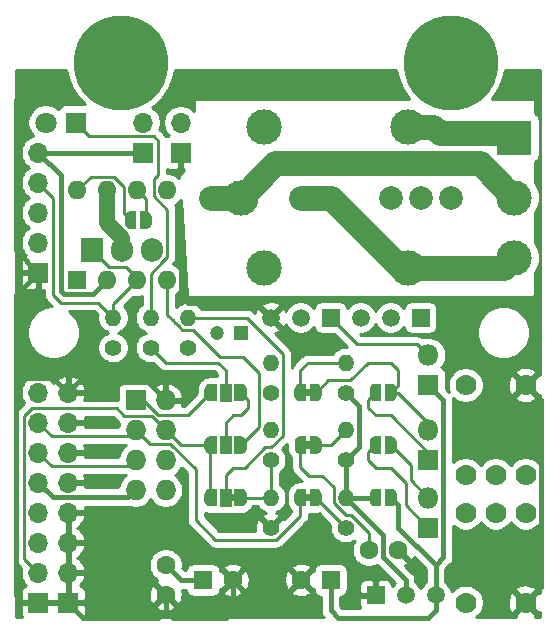
<source format=gbl>
G04 #@! TF.GenerationSoftware,KiCad,Pcbnew,(5.1.6-0-10_14)*
G04 #@! TF.CreationDate,2021-04-16T00:02:22+01:00*
G04 #@! TF.ProjectId,WiFive55,57694669-7665-4353-952e-6b696361645f,0.12*
G04 #@! TF.SameCoordinates,Original*
G04 #@! TF.FileFunction,Copper,L2,Bot*
G04 #@! TF.FilePolarity,Positive*
%FSLAX46Y46*%
G04 Gerber Fmt 4.6, Leading zero omitted, Abs format (unit mm)*
G04 Created by KiCad (PCBNEW (5.1.6-0-10_14)) date 2021-04-16 00:02:22*
%MOMM*%
%LPD*%
G01*
G04 APERTURE LIST*
G04 #@! TA.AperFunction,EtchedComponent*
%ADD10C,0.100000*%
G04 #@! TD*
G04 #@! TA.AperFunction,ComponentPad*
%ADD11C,2.000000*%
G04 #@! TD*
G04 #@! TA.AperFunction,ComponentPad*
%ADD12C,1.600000*%
G04 #@! TD*
G04 #@! TA.AperFunction,ComponentPad*
%ADD13R,1.600000X1.600000*%
G04 #@! TD*
G04 #@! TA.AperFunction,ComponentPad*
%ADD14C,1.200000*%
G04 #@! TD*
G04 #@! TA.AperFunction,ComponentPad*
%ADD15R,1.200000X1.200000*%
G04 #@! TD*
G04 #@! TA.AperFunction,ComponentPad*
%ADD16O,1.400000X1.400000*%
G04 #@! TD*
G04 #@! TA.AperFunction,ComponentPad*
%ADD17C,1.400000*%
G04 #@! TD*
G04 #@! TA.AperFunction,ComponentPad*
%ADD18C,0.900000*%
G04 #@! TD*
G04 #@! TA.AperFunction,ComponentPad*
%ADD19C,8.000000*%
G04 #@! TD*
G04 #@! TA.AperFunction,ComponentPad*
%ADD20O,1.905000X2.000000*%
G04 #@! TD*
G04 #@! TA.AperFunction,ComponentPad*
%ADD21R,1.905000X2.000000*%
G04 #@! TD*
G04 #@! TA.AperFunction,ComponentPad*
%ADD22R,1.500000X1.500000*%
G04 #@! TD*
G04 #@! TA.AperFunction,ComponentPad*
%ADD23C,1.500000*%
G04 #@! TD*
G04 #@! TA.AperFunction,SMDPad,CuDef*
%ADD24C,0.100000*%
G04 #@! TD*
G04 #@! TA.AperFunction,ComponentPad*
%ADD25O,1.700000X1.700000*%
G04 #@! TD*
G04 #@! TA.AperFunction,ComponentPad*
%ADD26R,1.700000X1.700000*%
G04 #@! TD*
G04 #@! TA.AperFunction,ComponentPad*
%ADD27O,1.727200X1.727200*%
G04 #@! TD*
G04 #@! TA.AperFunction,ComponentPad*
%ADD28R,1.727200X1.727200*%
G04 #@! TD*
G04 #@! TA.AperFunction,ComponentPad*
%ADD29O,1.600000X1.600000*%
G04 #@! TD*
G04 #@! TA.AperFunction,SMDPad,CuDef*
%ADD30R,1.000000X1.500000*%
G04 #@! TD*
G04 #@! TA.AperFunction,ComponentPad*
%ADD31C,1.800000*%
G04 #@! TD*
G04 #@! TA.AperFunction,ComponentPad*
%ADD32R,1.800000X1.800000*%
G04 #@! TD*
G04 #@! TA.AperFunction,ComponentPad*
%ADD33C,3.000000*%
G04 #@! TD*
G04 #@! TA.AperFunction,ComponentPad*
%ADD34R,3.000000X3.000000*%
G04 #@! TD*
G04 #@! TA.AperFunction,ComponentPad*
%ADD35O,1.800000X1.800000*%
G04 #@! TD*
G04 #@! TA.AperFunction,ComponentPad*
%ADD36C,1.778000*%
G04 #@! TD*
G04 #@! TA.AperFunction,ViaPad*
%ADD37C,0.600000*%
G04 #@! TD*
G04 #@! TA.AperFunction,Conductor*
%ADD38C,0.400000*%
G04 #@! TD*
G04 #@! TA.AperFunction,Conductor*
%ADD39C,0.250000*%
G04 #@! TD*
G04 #@! TA.AperFunction,Conductor*
%ADD40C,2.100000*%
G04 #@! TD*
G04 #@! TA.AperFunction,Conductor*
%ADD41C,1.370000*%
G04 #@! TD*
G04 #@! TA.AperFunction,Conductor*
%ADD42C,0.254000*%
G04 #@! TD*
G04 APERTURE END LIST*
D10*
G36*
X125965000Y-76500000D02*
G01*
X125465000Y-76500000D01*
X125465000Y-75900000D01*
X125965000Y-75900000D01*
X125965000Y-76500000D01*
G37*
G36*
X125465000Y-84790000D02*
G01*
X125965000Y-84790000D01*
X125965000Y-85390000D01*
X125465000Y-85390000D01*
X125465000Y-84790000D01*
G37*
G36*
X125480000Y-80345000D02*
G01*
X125980000Y-80345000D01*
X125980000Y-80945000D01*
X125480000Y-80945000D01*
X125480000Y-80345000D01*
G37*
G36*
X119645000Y-84790000D02*
G01*
X119145000Y-84790000D01*
X119145000Y-85390000D01*
X119645000Y-85390000D01*
X119645000Y-84790000D01*
G37*
D11*
X137795000Y-59690000D03*
X135255000Y-59690000D03*
X132715000Y-59690000D03*
X127635000Y-59690000D03*
X125095000Y-59690000D03*
X117475000Y-59690000D03*
D12*
X119340000Y-92075000D03*
D13*
X116840000Y-92075000D03*
D12*
X125135000Y-92075000D03*
D13*
X127635000Y-92075000D03*
D14*
X118015000Y-71120000D03*
D15*
X120015000Y-71120000D03*
D16*
X115570000Y-69850000D03*
D17*
X115570000Y-72390000D03*
D18*
X135673680Y-50381320D03*
X137795000Y-51260000D03*
X139916320Y-50381320D03*
X140795000Y-48260000D03*
X139916320Y-46138680D03*
X137795000Y-45260000D03*
X135673680Y-46138680D03*
X134795000Y-48260000D03*
D19*
X137795000Y-48260000D03*
D18*
X107733680Y-50381320D03*
X109855000Y-51260000D03*
X111976320Y-50381320D03*
X112855000Y-48260000D03*
X111976320Y-46138680D03*
X109855000Y-45260000D03*
X107733680Y-46138680D03*
X106855000Y-48260000D03*
D19*
X109855000Y-48260000D03*
D20*
X112530000Y-64135000D03*
X109990000Y-64135000D03*
D21*
X107450000Y-64135000D03*
D22*
X135255000Y-69850000D03*
D23*
X130175000Y-69850000D03*
X132715000Y-69850000D03*
D22*
X127635000Y-69850000D03*
D23*
X122555000Y-69850000D03*
X125095000Y-69850000D03*
G04 #@! TA.AperFunction,SMDPad,CuDef*
D24*
G36*
X110690000Y-62344398D02*
G01*
X110665466Y-62344398D01*
X110616635Y-62339588D01*
X110568510Y-62330016D01*
X110521555Y-62315772D01*
X110476222Y-62296995D01*
X110432949Y-62273864D01*
X110392150Y-62246604D01*
X110354221Y-62215476D01*
X110319524Y-62180779D01*
X110288396Y-62142850D01*
X110261136Y-62102051D01*
X110238005Y-62058778D01*
X110219228Y-62013445D01*
X110204984Y-61966490D01*
X110195412Y-61918365D01*
X110190602Y-61869534D01*
X110190602Y-61845000D01*
X110190000Y-61845000D01*
X110190000Y-61345000D01*
X110190602Y-61345000D01*
X110190602Y-61320466D01*
X110195412Y-61271635D01*
X110204984Y-61223510D01*
X110219228Y-61176555D01*
X110238005Y-61131222D01*
X110261136Y-61087949D01*
X110288396Y-61047150D01*
X110319524Y-61009221D01*
X110354221Y-60974524D01*
X110392150Y-60943396D01*
X110432949Y-60916136D01*
X110476222Y-60893005D01*
X110521555Y-60874228D01*
X110568510Y-60859984D01*
X110616635Y-60850412D01*
X110665466Y-60845602D01*
X110690000Y-60845602D01*
X110690000Y-60845000D01*
X111190000Y-60845000D01*
X111190000Y-62345000D01*
X110690000Y-62345000D01*
X110690000Y-62344398D01*
G37*
G04 #@! TD.AperFunction*
G04 #@! TA.AperFunction,SMDPad,CuDef*
G36*
X111490000Y-60845000D02*
G01*
X111990000Y-60845000D01*
X111990000Y-60845602D01*
X112014534Y-60845602D01*
X112063365Y-60850412D01*
X112111490Y-60859984D01*
X112158445Y-60874228D01*
X112203778Y-60893005D01*
X112247051Y-60916136D01*
X112287850Y-60943396D01*
X112325779Y-60974524D01*
X112360476Y-61009221D01*
X112391604Y-61047150D01*
X112418864Y-61087949D01*
X112441995Y-61131222D01*
X112460772Y-61176555D01*
X112475016Y-61223510D01*
X112484588Y-61271635D01*
X112489398Y-61320466D01*
X112489398Y-61345000D01*
X112490000Y-61345000D01*
X112490000Y-61845000D01*
X112489398Y-61845000D01*
X112489398Y-61869534D01*
X112484588Y-61918365D01*
X112475016Y-61966490D01*
X112460772Y-62013445D01*
X112441995Y-62058778D01*
X112418864Y-62102051D01*
X112391604Y-62142850D01*
X112360476Y-62180779D01*
X112325779Y-62215476D01*
X112287850Y-62246604D01*
X112247051Y-62273864D01*
X112203778Y-62296995D01*
X112158445Y-62315772D01*
X112111490Y-62330016D01*
X112063365Y-62339588D01*
X112014534Y-62344398D01*
X111990000Y-62344398D01*
X111990000Y-62345000D01*
X111490000Y-62345000D01*
X111490000Y-60845000D01*
G37*
G04 #@! TD.AperFunction*
D25*
X111760000Y-53340000D03*
D26*
X111760000Y-55880000D03*
D25*
X114935000Y-53340000D03*
D26*
X114935000Y-55880000D03*
D16*
X122555000Y-85090000D03*
D17*
X122555000Y-87630000D03*
D16*
X122555000Y-73660000D03*
D17*
X122555000Y-76200000D03*
D16*
X128905000Y-73660000D03*
D17*
X128905000Y-76200000D03*
D16*
X128905000Y-79375000D03*
D17*
X128905000Y-81915000D03*
D16*
X128905000Y-85090000D03*
D17*
X128905000Y-87630000D03*
D16*
X112395000Y-69850000D03*
D17*
X112395000Y-72390000D03*
D16*
X122555000Y-79375000D03*
D17*
X122555000Y-81915000D03*
D16*
X109220000Y-69850000D03*
D17*
X109220000Y-72390000D03*
G04 #@! TA.AperFunction,SMDPad,CuDef*
D24*
G36*
X125565000Y-76950000D02*
G01*
X125065000Y-76950000D01*
X125065000Y-76949398D01*
X125040466Y-76949398D01*
X124991635Y-76944588D01*
X124943510Y-76935016D01*
X124896555Y-76920772D01*
X124851222Y-76901995D01*
X124807949Y-76878864D01*
X124767150Y-76851604D01*
X124729221Y-76820476D01*
X124694524Y-76785779D01*
X124663396Y-76747850D01*
X124636136Y-76707051D01*
X124613005Y-76663778D01*
X124594228Y-76618445D01*
X124579984Y-76571490D01*
X124570412Y-76523365D01*
X124565602Y-76474534D01*
X124565602Y-76450000D01*
X124565000Y-76450000D01*
X124565000Y-75950000D01*
X124565602Y-75950000D01*
X124565602Y-75925466D01*
X124570412Y-75876635D01*
X124579984Y-75828510D01*
X124594228Y-75781555D01*
X124613005Y-75736222D01*
X124636136Y-75692949D01*
X124663396Y-75652150D01*
X124694524Y-75614221D01*
X124729221Y-75579524D01*
X124767150Y-75548396D01*
X124807949Y-75521136D01*
X124851222Y-75498005D01*
X124896555Y-75479228D01*
X124943510Y-75464984D01*
X124991635Y-75455412D01*
X125040466Y-75450602D01*
X125065000Y-75450602D01*
X125065000Y-75450000D01*
X125565000Y-75450000D01*
X125565000Y-76950000D01*
G37*
G04 #@! TD.AperFunction*
G04 #@! TA.AperFunction,SMDPad,CuDef*
G36*
X126365000Y-75450602D02*
G01*
X126389534Y-75450602D01*
X126438365Y-75455412D01*
X126486490Y-75464984D01*
X126533445Y-75479228D01*
X126578778Y-75498005D01*
X126622051Y-75521136D01*
X126662850Y-75548396D01*
X126700779Y-75579524D01*
X126735476Y-75614221D01*
X126766604Y-75652150D01*
X126793864Y-75692949D01*
X126816995Y-75736222D01*
X126835772Y-75781555D01*
X126850016Y-75828510D01*
X126859588Y-75876635D01*
X126864398Y-75925466D01*
X126864398Y-75950000D01*
X126865000Y-75950000D01*
X126865000Y-76450000D01*
X126864398Y-76450000D01*
X126864398Y-76474534D01*
X126859588Y-76523365D01*
X126850016Y-76571490D01*
X126835772Y-76618445D01*
X126816995Y-76663778D01*
X126793864Y-76707051D01*
X126766604Y-76747850D01*
X126735476Y-76785779D01*
X126700779Y-76820476D01*
X126662850Y-76851604D01*
X126622051Y-76878864D01*
X126578778Y-76901995D01*
X126533445Y-76920772D01*
X126486490Y-76935016D01*
X126438365Y-76944588D01*
X126389534Y-76949398D01*
X126365000Y-76949398D01*
X126365000Y-76950000D01*
X125865000Y-76950000D01*
X125865000Y-75450000D01*
X126365000Y-75450000D01*
X126365000Y-75450602D01*
G37*
G04 #@! TD.AperFunction*
G04 #@! TA.AperFunction,SMDPad,CuDef*
G36*
X125865000Y-84340000D02*
G01*
X126365000Y-84340000D01*
X126365000Y-84340602D01*
X126389534Y-84340602D01*
X126438365Y-84345412D01*
X126486490Y-84354984D01*
X126533445Y-84369228D01*
X126578778Y-84388005D01*
X126622051Y-84411136D01*
X126662850Y-84438396D01*
X126700779Y-84469524D01*
X126735476Y-84504221D01*
X126766604Y-84542150D01*
X126793864Y-84582949D01*
X126816995Y-84626222D01*
X126835772Y-84671555D01*
X126850016Y-84718510D01*
X126859588Y-84766635D01*
X126864398Y-84815466D01*
X126864398Y-84840000D01*
X126865000Y-84840000D01*
X126865000Y-85340000D01*
X126864398Y-85340000D01*
X126864398Y-85364534D01*
X126859588Y-85413365D01*
X126850016Y-85461490D01*
X126835772Y-85508445D01*
X126816995Y-85553778D01*
X126793864Y-85597051D01*
X126766604Y-85637850D01*
X126735476Y-85675779D01*
X126700779Y-85710476D01*
X126662850Y-85741604D01*
X126622051Y-85768864D01*
X126578778Y-85791995D01*
X126533445Y-85810772D01*
X126486490Y-85825016D01*
X126438365Y-85834588D01*
X126389534Y-85839398D01*
X126365000Y-85839398D01*
X126365000Y-85840000D01*
X125865000Y-85840000D01*
X125865000Y-84340000D01*
G37*
G04 #@! TD.AperFunction*
G04 #@! TA.AperFunction,SMDPad,CuDef*
G36*
X125065000Y-85839398D02*
G01*
X125040466Y-85839398D01*
X124991635Y-85834588D01*
X124943510Y-85825016D01*
X124896555Y-85810772D01*
X124851222Y-85791995D01*
X124807949Y-85768864D01*
X124767150Y-85741604D01*
X124729221Y-85710476D01*
X124694524Y-85675779D01*
X124663396Y-85637850D01*
X124636136Y-85597051D01*
X124613005Y-85553778D01*
X124594228Y-85508445D01*
X124579984Y-85461490D01*
X124570412Y-85413365D01*
X124565602Y-85364534D01*
X124565602Y-85340000D01*
X124565000Y-85340000D01*
X124565000Y-84840000D01*
X124565602Y-84840000D01*
X124565602Y-84815466D01*
X124570412Y-84766635D01*
X124579984Y-84718510D01*
X124594228Y-84671555D01*
X124613005Y-84626222D01*
X124636136Y-84582949D01*
X124663396Y-84542150D01*
X124694524Y-84504221D01*
X124729221Y-84469524D01*
X124767150Y-84438396D01*
X124807949Y-84411136D01*
X124851222Y-84388005D01*
X124896555Y-84369228D01*
X124943510Y-84354984D01*
X124991635Y-84345412D01*
X125040466Y-84340602D01*
X125065000Y-84340602D01*
X125065000Y-84340000D01*
X125565000Y-84340000D01*
X125565000Y-85840000D01*
X125065000Y-85840000D01*
X125065000Y-85839398D01*
G37*
G04 #@! TD.AperFunction*
G04 #@! TA.AperFunction,SMDPad,CuDef*
G36*
X125880000Y-79895000D02*
G01*
X126380000Y-79895000D01*
X126380000Y-79895602D01*
X126404534Y-79895602D01*
X126453365Y-79900412D01*
X126501490Y-79909984D01*
X126548445Y-79924228D01*
X126593778Y-79943005D01*
X126637051Y-79966136D01*
X126677850Y-79993396D01*
X126715779Y-80024524D01*
X126750476Y-80059221D01*
X126781604Y-80097150D01*
X126808864Y-80137949D01*
X126831995Y-80181222D01*
X126850772Y-80226555D01*
X126865016Y-80273510D01*
X126874588Y-80321635D01*
X126879398Y-80370466D01*
X126879398Y-80395000D01*
X126880000Y-80395000D01*
X126880000Y-80895000D01*
X126879398Y-80895000D01*
X126879398Y-80919534D01*
X126874588Y-80968365D01*
X126865016Y-81016490D01*
X126850772Y-81063445D01*
X126831995Y-81108778D01*
X126808864Y-81152051D01*
X126781604Y-81192850D01*
X126750476Y-81230779D01*
X126715779Y-81265476D01*
X126677850Y-81296604D01*
X126637051Y-81323864D01*
X126593778Y-81346995D01*
X126548445Y-81365772D01*
X126501490Y-81380016D01*
X126453365Y-81389588D01*
X126404534Y-81394398D01*
X126380000Y-81394398D01*
X126380000Y-81395000D01*
X125880000Y-81395000D01*
X125880000Y-79895000D01*
G37*
G04 #@! TD.AperFunction*
G04 #@! TA.AperFunction,SMDPad,CuDef*
G36*
X125080000Y-81394398D02*
G01*
X125055466Y-81394398D01*
X125006635Y-81389588D01*
X124958510Y-81380016D01*
X124911555Y-81365772D01*
X124866222Y-81346995D01*
X124822949Y-81323864D01*
X124782150Y-81296604D01*
X124744221Y-81265476D01*
X124709524Y-81230779D01*
X124678396Y-81192850D01*
X124651136Y-81152051D01*
X124628005Y-81108778D01*
X124609228Y-81063445D01*
X124594984Y-81016490D01*
X124585412Y-80968365D01*
X124580602Y-80919534D01*
X124580602Y-80895000D01*
X124580000Y-80895000D01*
X124580000Y-80395000D01*
X124580602Y-80395000D01*
X124580602Y-80370466D01*
X124585412Y-80321635D01*
X124594984Y-80273510D01*
X124609228Y-80226555D01*
X124628005Y-80181222D01*
X124651136Y-80137949D01*
X124678396Y-80097150D01*
X124709524Y-80059221D01*
X124744221Y-80024524D01*
X124782150Y-79993396D01*
X124822949Y-79966136D01*
X124866222Y-79943005D01*
X124911555Y-79924228D01*
X124958510Y-79909984D01*
X125006635Y-79900412D01*
X125055466Y-79895602D01*
X125080000Y-79895602D01*
X125080000Y-79895000D01*
X125580000Y-79895000D01*
X125580000Y-81395000D01*
X125080000Y-81395000D01*
X125080000Y-81394398D01*
G37*
G04 #@! TD.AperFunction*
D22*
X131445000Y-93345000D03*
D23*
X136525000Y-93345000D03*
X133985000Y-93345000D03*
G04 #@! TA.AperFunction,SMDPad,CuDef*
D24*
G36*
X132730000Y-79895602D02*
G01*
X132754534Y-79895602D01*
X132803365Y-79900412D01*
X132851490Y-79909984D01*
X132898445Y-79924228D01*
X132943778Y-79943005D01*
X132987051Y-79966136D01*
X133027850Y-79993396D01*
X133065779Y-80024524D01*
X133100476Y-80059221D01*
X133131604Y-80097150D01*
X133158864Y-80137949D01*
X133181995Y-80181222D01*
X133200772Y-80226555D01*
X133215016Y-80273510D01*
X133224588Y-80321635D01*
X133229398Y-80370466D01*
X133229398Y-80395000D01*
X133230000Y-80395000D01*
X133230000Y-80895000D01*
X133229398Y-80895000D01*
X133229398Y-80919534D01*
X133224588Y-80968365D01*
X133215016Y-81016490D01*
X133200772Y-81063445D01*
X133181995Y-81108778D01*
X133158864Y-81152051D01*
X133131604Y-81192850D01*
X133100476Y-81230779D01*
X133065779Y-81265476D01*
X133027850Y-81296604D01*
X132987051Y-81323864D01*
X132943778Y-81346995D01*
X132898445Y-81365772D01*
X132851490Y-81380016D01*
X132803365Y-81389588D01*
X132754534Y-81394398D01*
X132730000Y-81394398D01*
X132730000Y-81395000D01*
X132230000Y-81395000D01*
X132230000Y-79895000D01*
X132730000Y-79895000D01*
X132730000Y-79895602D01*
G37*
G04 #@! TD.AperFunction*
G04 #@! TA.AperFunction,SMDPad,CuDef*
G36*
X131930000Y-81395000D02*
G01*
X131430000Y-81395000D01*
X131430000Y-81394398D01*
X131405466Y-81394398D01*
X131356635Y-81389588D01*
X131308510Y-81380016D01*
X131261555Y-81365772D01*
X131216222Y-81346995D01*
X131172949Y-81323864D01*
X131132150Y-81296604D01*
X131094221Y-81265476D01*
X131059524Y-81230779D01*
X131028396Y-81192850D01*
X131001136Y-81152051D01*
X130978005Y-81108778D01*
X130959228Y-81063445D01*
X130944984Y-81016490D01*
X130935412Y-80968365D01*
X130930602Y-80919534D01*
X130930602Y-80895000D01*
X130930000Y-80895000D01*
X130930000Y-80395000D01*
X130930602Y-80395000D01*
X130930602Y-80370466D01*
X130935412Y-80321635D01*
X130944984Y-80273510D01*
X130959228Y-80226555D01*
X130978005Y-80181222D01*
X131001136Y-80137949D01*
X131028396Y-80097150D01*
X131059524Y-80059221D01*
X131094221Y-80024524D01*
X131132150Y-79993396D01*
X131172949Y-79966136D01*
X131216222Y-79943005D01*
X131261555Y-79924228D01*
X131308510Y-79909984D01*
X131356635Y-79900412D01*
X131405466Y-79895602D01*
X131430000Y-79895602D01*
X131430000Y-79895000D01*
X131930000Y-79895000D01*
X131930000Y-81395000D01*
G37*
G04 #@! TD.AperFunction*
G04 #@! TA.AperFunction,SMDPad,CuDef*
G36*
X132730000Y-75450602D02*
G01*
X132754534Y-75450602D01*
X132803365Y-75455412D01*
X132851490Y-75464984D01*
X132898445Y-75479228D01*
X132943778Y-75498005D01*
X132987051Y-75521136D01*
X133027850Y-75548396D01*
X133065779Y-75579524D01*
X133100476Y-75614221D01*
X133131604Y-75652150D01*
X133158864Y-75692949D01*
X133181995Y-75736222D01*
X133200772Y-75781555D01*
X133215016Y-75828510D01*
X133224588Y-75876635D01*
X133229398Y-75925466D01*
X133229398Y-75950000D01*
X133230000Y-75950000D01*
X133230000Y-76450000D01*
X133229398Y-76450000D01*
X133229398Y-76474534D01*
X133224588Y-76523365D01*
X133215016Y-76571490D01*
X133200772Y-76618445D01*
X133181995Y-76663778D01*
X133158864Y-76707051D01*
X133131604Y-76747850D01*
X133100476Y-76785779D01*
X133065779Y-76820476D01*
X133027850Y-76851604D01*
X132987051Y-76878864D01*
X132943778Y-76901995D01*
X132898445Y-76920772D01*
X132851490Y-76935016D01*
X132803365Y-76944588D01*
X132754534Y-76949398D01*
X132730000Y-76949398D01*
X132730000Y-76950000D01*
X132230000Y-76950000D01*
X132230000Y-75450000D01*
X132730000Y-75450000D01*
X132730000Y-75450602D01*
G37*
G04 #@! TD.AperFunction*
G04 #@! TA.AperFunction,SMDPad,CuDef*
G36*
X131930000Y-76950000D02*
G01*
X131430000Y-76950000D01*
X131430000Y-76949398D01*
X131405466Y-76949398D01*
X131356635Y-76944588D01*
X131308510Y-76935016D01*
X131261555Y-76920772D01*
X131216222Y-76901995D01*
X131172949Y-76878864D01*
X131132150Y-76851604D01*
X131094221Y-76820476D01*
X131059524Y-76785779D01*
X131028396Y-76747850D01*
X131001136Y-76707051D01*
X130978005Y-76663778D01*
X130959228Y-76618445D01*
X130944984Y-76571490D01*
X130935412Y-76523365D01*
X130930602Y-76474534D01*
X130930602Y-76450000D01*
X130930000Y-76450000D01*
X130930000Y-75950000D01*
X130930602Y-75950000D01*
X130930602Y-75925466D01*
X130935412Y-75876635D01*
X130944984Y-75828510D01*
X130959228Y-75781555D01*
X130978005Y-75736222D01*
X131001136Y-75692949D01*
X131028396Y-75652150D01*
X131059524Y-75614221D01*
X131094221Y-75579524D01*
X131132150Y-75548396D01*
X131172949Y-75521136D01*
X131216222Y-75498005D01*
X131261555Y-75479228D01*
X131308510Y-75464984D01*
X131356635Y-75455412D01*
X131405466Y-75450602D01*
X131430000Y-75450602D01*
X131430000Y-75450000D01*
X131930000Y-75450000D01*
X131930000Y-76950000D01*
G37*
G04 #@! TD.AperFunction*
D25*
X105410000Y-76200000D03*
X105410000Y-78740000D03*
X105410000Y-81280000D03*
X105410000Y-83820000D03*
X105410000Y-86360000D03*
X105410000Y-88900000D03*
X105410000Y-91440000D03*
D26*
X105410000Y-93980000D03*
D25*
X102870000Y-76200000D03*
X102870000Y-78740000D03*
X102870000Y-81280000D03*
X102870000Y-83820000D03*
X102870000Y-86360000D03*
X102870000Y-88900000D03*
X102870000Y-91440000D03*
D26*
X102870000Y-93980000D03*
D25*
X102870000Y-55880000D03*
X102870000Y-58420000D03*
X102870000Y-60960000D03*
X102870000Y-63500000D03*
D26*
X102870000Y-66040000D03*
D27*
X113665000Y-84455000D03*
X111125000Y-84455000D03*
X113665000Y-81915000D03*
X111125000Y-81915000D03*
X113665000Y-79375000D03*
X111125000Y-79375000D03*
X113665000Y-76835000D03*
D28*
X111125000Y-76835000D03*
D12*
X113665000Y-93305000D03*
X113665000Y-90805000D03*
D29*
X106180000Y-59055000D03*
X113800000Y-66675000D03*
X108720000Y-59055000D03*
X111260000Y-66675000D03*
X111260000Y-59055000D03*
X108720000Y-66675000D03*
X113800000Y-59055000D03*
D13*
X106180000Y-66675000D03*
G04 #@! TA.AperFunction,SMDPad,CuDef*
D24*
G36*
X119495000Y-84340000D02*
G01*
X120045000Y-84340000D01*
X120045000Y-84340602D01*
X120069534Y-84340602D01*
X120118365Y-84345412D01*
X120166490Y-84354984D01*
X120213445Y-84369228D01*
X120258778Y-84388005D01*
X120302051Y-84411136D01*
X120342850Y-84438396D01*
X120380779Y-84469524D01*
X120415476Y-84504221D01*
X120446604Y-84542150D01*
X120473864Y-84582949D01*
X120496995Y-84626222D01*
X120515772Y-84671555D01*
X120530016Y-84718510D01*
X120539588Y-84766635D01*
X120544398Y-84815466D01*
X120544398Y-84840000D01*
X120545000Y-84840000D01*
X120545000Y-85340000D01*
X120544398Y-85340000D01*
X120544398Y-85364534D01*
X120539588Y-85413365D01*
X120530016Y-85461490D01*
X120515772Y-85508445D01*
X120496995Y-85553778D01*
X120473864Y-85597051D01*
X120446604Y-85637850D01*
X120415476Y-85675779D01*
X120380779Y-85710476D01*
X120342850Y-85741604D01*
X120302051Y-85768864D01*
X120258778Y-85791995D01*
X120213445Y-85810772D01*
X120166490Y-85825016D01*
X120118365Y-85834588D01*
X120069534Y-85839398D01*
X120045000Y-85839398D01*
X120045000Y-85840000D01*
X119495000Y-85840000D01*
X119495000Y-84340000D01*
G37*
G04 #@! TD.AperFunction*
D30*
X118745000Y-85090000D03*
G04 #@! TA.AperFunction,SMDPad,CuDef*
D24*
G36*
X117445000Y-85839398D02*
G01*
X117420466Y-85839398D01*
X117371635Y-85834588D01*
X117323510Y-85825016D01*
X117276555Y-85810772D01*
X117231222Y-85791995D01*
X117187949Y-85768864D01*
X117147150Y-85741604D01*
X117109221Y-85710476D01*
X117074524Y-85675779D01*
X117043396Y-85637850D01*
X117016136Y-85597051D01*
X116993005Y-85553778D01*
X116974228Y-85508445D01*
X116959984Y-85461490D01*
X116950412Y-85413365D01*
X116945602Y-85364534D01*
X116945602Y-85340000D01*
X116945000Y-85340000D01*
X116945000Y-84840000D01*
X116945602Y-84840000D01*
X116945602Y-84815466D01*
X116950412Y-84766635D01*
X116959984Y-84718510D01*
X116974228Y-84671555D01*
X116993005Y-84626222D01*
X117016136Y-84582949D01*
X117043396Y-84542150D01*
X117074524Y-84504221D01*
X117109221Y-84469524D01*
X117147150Y-84438396D01*
X117187949Y-84411136D01*
X117231222Y-84388005D01*
X117276555Y-84369228D01*
X117323510Y-84354984D01*
X117371635Y-84345412D01*
X117420466Y-84340602D01*
X117445000Y-84340602D01*
X117445000Y-84340000D01*
X117995000Y-84340000D01*
X117995000Y-85840000D01*
X117445000Y-85840000D01*
X117445000Y-85839398D01*
G37*
G04 #@! TD.AperFunction*
D31*
X103505000Y-53340000D03*
D32*
X106045000Y-53340000D03*
D33*
X143192500Y-64770000D03*
X143192500Y-59690000D03*
D34*
X143192500Y-54610000D03*
D35*
X135890000Y-73025000D03*
D32*
X135890000Y-75565000D03*
D35*
X135890000Y-85090000D03*
D32*
X135890000Y-87630000D03*
D35*
X135890000Y-79375000D03*
D32*
X135890000Y-81915000D03*
D30*
X118745000Y-80645000D03*
G04 #@! TA.AperFunction,SMDPad,CuDef*
D24*
G36*
X120045000Y-79895602D02*
G01*
X120069534Y-79895602D01*
X120118365Y-79900412D01*
X120166490Y-79909984D01*
X120213445Y-79924228D01*
X120258778Y-79943005D01*
X120302051Y-79966136D01*
X120342850Y-79993396D01*
X120380779Y-80024524D01*
X120415476Y-80059221D01*
X120446604Y-80097150D01*
X120473864Y-80137949D01*
X120496995Y-80181222D01*
X120515772Y-80226555D01*
X120530016Y-80273510D01*
X120539588Y-80321635D01*
X120544398Y-80370466D01*
X120544398Y-80395000D01*
X120545000Y-80395000D01*
X120545000Y-80895000D01*
X120544398Y-80895000D01*
X120544398Y-80919534D01*
X120539588Y-80968365D01*
X120530016Y-81016490D01*
X120515772Y-81063445D01*
X120496995Y-81108778D01*
X120473864Y-81152051D01*
X120446604Y-81192850D01*
X120415476Y-81230779D01*
X120380779Y-81265476D01*
X120342850Y-81296604D01*
X120302051Y-81323864D01*
X120258778Y-81346995D01*
X120213445Y-81365772D01*
X120166490Y-81380016D01*
X120118365Y-81389588D01*
X120069534Y-81394398D01*
X120045000Y-81394398D01*
X120045000Y-81395000D01*
X119495000Y-81395000D01*
X119495000Y-79895000D01*
X120045000Y-79895000D01*
X120045000Y-79895602D01*
G37*
G04 #@! TD.AperFunction*
G04 #@! TA.AperFunction,SMDPad,CuDef*
G36*
X117995000Y-81395000D02*
G01*
X117445000Y-81395000D01*
X117445000Y-81394398D01*
X117420466Y-81394398D01*
X117371635Y-81389588D01*
X117323510Y-81380016D01*
X117276555Y-81365772D01*
X117231222Y-81346995D01*
X117187949Y-81323864D01*
X117147150Y-81296604D01*
X117109221Y-81265476D01*
X117074524Y-81230779D01*
X117043396Y-81192850D01*
X117016136Y-81152051D01*
X116993005Y-81108778D01*
X116974228Y-81063445D01*
X116959984Y-81016490D01*
X116950412Y-80968365D01*
X116945602Y-80919534D01*
X116945602Y-80895000D01*
X116945000Y-80895000D01*
X116945000Y-80395000D01*
X116945602Y-80395000D01*
X116945602Y-80370466D01*
X116950412Y-80321635D01*
X116959984Y-80273510D01*
X116974228Y-80226555D01*
X116993005Y-80181222D01*
X117016136Y-80137949D01*
X117043396Y-80097150D01*
X117074524Y-80059221D01*
X117109221Y-80024524D01*
X117147150Y-79993396D01*
X117187949Y-79966136D01*
X117231222Y-79943005D01*
X117276555Y-79924228D01*
X117323510Y-79909984D01*
X117371635Y-79900412D01*
X117420466Y-79895602D01*
X117445000Y-79895602D01*
X117445000Y-79895000D01*
X117995000Y-79895000D01*
X117995000Y-81395000D01*
G37*
G04 #@! TD.AperFunction*
D30*
X118745000Y-76200000D03*
G04 #@! TA.AperFunction,SMDPad,CuDef*
D24*
G36*
X117445000Y-76949398D02*
G01*
X117420466Y-76949398D01*
X117371635Y-76944588D01*
X117323510Y-76935016D01*
X117276555Y-76920772D01*
X117231222Y-76901995D01*
X117187949Y-76878864D01*
X117147150Y-76851604D01*
X117109221Y-76820476D01*
X117074524Y-76785779D01*
X117043396Y-76747850D01*
X117016136Y-76707051D01*
X116993005Y-76663778D01*
X116974228Y-76618445D01*
X116959984Y-76571490D01*
X116950412Y-76523365D01*
X116945602Y-76474534D01*
X116945602Y-76450000D01*
X116945000Y-76450000D01*
X116945000Y-75950000D01*
X116945602Y-75950000D01*
X116945602Y-75925466D01*
X116950412Y-75876635D01*
X116959984Y-75828510D01*
X116974228Y-75781555D01*
X116993005Y-75736222D01*
X117016136Y-75692949D01*
X117043396Y-75652150D01*
X117074524Y-75614221D01*
X117109221Y-75579524D01*
X117147150Y-75548396D01*
X117187949Y-75521136D01*
X117231222Y-75498005D01*
X117276555Y-75479228D01*
X117323510Y-75464984D01*
X117371635Y-75455412D01*
X117420466Y-75450602D01*
X117445000Y-75450602D01*
X117445000Y-75450000D01*
X117995000Y-75450000D01*
X117995000Y-76950000D01*
X117445000Y-76950000D01*
X117445000Y-76949398D01*
G37*
G04 #@! TD.AperFunction*
G04 #@! TA.AperFunction,SMDPad,CuDef*
G36*
X119495000Y-75450000D02*
G01*
X120045000Y-75450000D01*
X120045000Y-75450602D01*
X120069534Y-75450602D01*
X120118365Y-75455412D01*
X120166490Y-75464984D01*
X120213445Y-75479228D01*
X120258778Y-75498005D01*
X120302051Y-75521136D01*
X120342850Y-75548396D01*
X120380779Y-75579524D01*
X120415476Y-75614221D01*
X120446604Y-75652150D01*
X120473864Y-75692949D01*
X120496995Y-75736222D01*
X120515772Y-75781555D01*
X120530016Y-75828510D01*
X120539588Y-75876635D01*
X120544398Y-75925466D01*
X120544398Y-75950000D01*
X120545000Y-75950000D01*
X120545000Y-76450000D01*
X120544398Y-76450000D01*
X120544398Y-76474534D01*
X120539588Y-76523365D01*
X120530016Y-76571490D01*
X120515772Y-76618445D01*
X120496995Y-76663778D01*
X120473864Y-76707051D01*
X120446604Y-76747850D01*
X120415476Y-76785779D01*
X120380779Y-76820476D01*
X120342850Y-76851604D01*
X120302051Y-76878864D01*
X120258778Y-76901995D01*
X120213445Y-76920772D01*
X120166490Y-76935016D01*
X120118365Y-76944588D01*
X120069534Y-76949398D01*
X120045000Y-76949398D01*
X120045000Y-76950000D01*
X119495000Y-76950000D01*
X119495000Y-75450000D01*
G37*
G04 #@! TD.AperFunction*
G04 #@! TA.AperFunction,SMDPad,CuDef*
G36*
X131430000Y-85839398D02*
G01*
X131405466Y-85839398D01*
X131356635Y-85834588D01*
X131308510Y-85825016D01*
X131261555Y-85810772D01*
X131216222Y-85791995D01*
X131172949Y-85768864D01*
X131132150Y-85741604D01*
X131094221Y-85710476D01*
X131059524Y-85675779D01*
X131028396Y-85637850D01*
X131001136Y-85597051D01*
X130978005Y-85553778D01*
X130959228Y-85508445D01*
X130944984Y-85461490D01*
X130935412Y-85413365D01*
X130930602Y-85364534D01*
X130930602Y-85340000D01*
X130930000Y-85340000D01*
X130930000Y-84840000D01*
X130930602Y-84840000D01*
X130930602Y-84815466D01*
X130935412Y-84766635D01*
X130944984Y-84718510D01*
X130959228Y-84671555D01*
X130978005Y-84626222D01*
X131001136Y-84582949D01*
X131028396Y-84542150D01*
X131059524Y-84504221D01*
X131094221Y-84469524D01*
X131132150Y-84438396D01*
X131172949Y-84411136D01*
X131216222Y-84388005D01*
X131261555Y-84369228D01*
X131308510Y-84354984D01*
X131356635Y-84345412D01*
X131405466Y-84340602D01*
X131430000Y-84340602D01*
X131430000Y-84340000D01*
X131930000Y-84340000D01*
X131930000Y-85840000D01*
X131430000Y-85840000D01*
X131430000Y-85839398D01*
G37*
G04 #@! TD.AperFunction*
G04 #@! TA.AperFunction,SMDPad,CuDef*
G36*
X132230000Y-84340000D02*
G01*
X132730000Y-84340000D01*
X132730000Y-84340602D01*
X132754534Y-84340602D01*
X132803365Y-84345412D01*
X132851490Y-84354984D01*
X132898445Y-84369228D01*
X132943778Y-84388005D01*
X132987051Y-84411136D01*
X133027850Y-84438396D01*
X133065779Y-84469524D01*
X133100476Y-84504221D01*
X133131604Y-84542150D01*
X133158864Y-84582949D01*
X133181995Y-84626222D01*
X133200772Y-84671555D01*
X133215016Y-84718510D01*
X133224588Y-84766635D01*
X133229398Y-84815466D01*
X133229398Y-84840000D01*
X133230000Y-84840000D01*
X133230000Y-85340000D01*
X133229398Y-85340000D01*
X133229398Y-85364534D01*
X133224588Y-85413365D01*
X133215016Y-85461490D01*
X133200772Y-85508445D01*
X133181995Y-85553778D01*
X133158864Y-85597051D01*
X133131604Y-85637850D01*
X133100476Y-85675779D01*
X133065779Y-85710476D01*
X133027850Y-85741604D01*
X132987051Y-85768864D01*
X132943778Y-85791995D01*
X132898445Y-85810772D01*
X132851490Y-85825016D01*
X132803365Y-85834588D01*
X132754534Y-85839398D01*
X132730000Y-85839398D01*
X132730000Y-85840000D01*
X132230000Y-85840000D01*
X132230000Y-84340000D01*
G37*
G04 #@! TD.AperFunction*
D36*
X144145000Y-86360000D03*
X141605000Y-86360000D03*
X139065000Y-86360000D03*
X139065000Y-93980000D03*
X144145000Y-93980000D03*
X139065000Y-83185000D03*
X141605000Y-83185000D03*
X144145000Y-83185000D03*
X144145000Y-75565000D03*
X139065000Y-75565000D03*
D33*
X120015000Y-59690000D03*
X122015000Y-53690000D03*
X134215000Y-53690000D03*
X134215000Y-65690000D03*
X122015000Y-65690000D03*
D12*
X130850000Y-89535000D03*
X133350000Y-89535000D03*
D37*
X144145000Y-50165000D03*
X102235000Y-50165000D03*
X114935000Y-64135000D03*
X123825000Y-50165000D03*
D38*
X131430000Y-85090000D02*
X128905000Y-85090000D01*
X128905000Y-85090000D02*
X128905000Y-81915000D01*
X130005001Y-77300001D02*
X128905000Y-76200000D01*
X130005001Y-80814999D02*
X130005001Y-77300001D01*
X128905000Y-81915000D02*
X130005001Y-80814999D01*
X132050001Y-88235001D02*
X132050001Y-90140001D01*
X128905000Y-85090000D02*
X132050001Y-88235001D01*
X133985000Y-92075000D02*
X133985000Y-93345000D01*
X132050001Y-90140001D02*
X133985000Y-92075000D01*
X110509999Y-85070001D02*
X104120001Y-85070001D01*
X111125000Y-84455000D02*
X110509999Y-85070001D01*
X114935000Y-92075000D02*
X113665000Y-90805000D01*
X116840000Y-92075000D02*
X114935000Y-92075000D01*
X104120001Y-85070001D02*
X102870000Y-83820000D01*
X145434001Y-76854001D02*
X144145000Y-75565000D01*
X113665000Y-76835000D02*
X112180001Y-75350001D01*
X145434001Y-92690999D02*
X144145000Y-93980000D01*
X145434001Y-76854001D02*
X145434001Y-92690999D01*
X100965000Y-93345000D02*
X101600000Y-93980000D01*
X105410000Y-88900000D02*
X105410000Y-91440000D01*
X105410000Y-91440000D02*
X105410000Y-93980000D01*
X109220000Y-95250000D02*
X106680000Y-95250000D01*
X109220000Y-95250000D02*
X108585000Y-95250000D01*
X112180001Y-75350001D02*
X108799999Y-75350001D01*
X108799999Y-75350001D02*
X106259999Y-75350001D01*
X108799999Y-75350001D02*
X108164999Y-75350001D01*
X109220000Y-95250000D02*
X113030000Y-95250000D01*
X100965000Y-74930000D02*
X100965000Y-93345000D01*
X100965000Y-67945000D02*
X100965000Y-74930000D01*
X119340000Y-92075000D02*
X119340000Y-94655000D01*
X119340000Y-94655000D02*
X118745000Y-95250000D01*
X113665000Y-94615000D02*
X114300000Y-95250000D01*
X113665000Y-93305000D02*
X113665000Y-94615000D01*
X114300000Y-95250000D02*
X118745000Y-95250000D01*
X113665000Y-94615000D02*
X113030000Y-95250000D01*
X105410000Y-93980000D02*
X106680000Y-95250000D01*
X101600000Y-93980000D02*
X102870000Y-93980000D01*
X102870000Y-93980000D02*
X105410000Y-93980000D01*
X106259999Y-75350001D02*
X105410000Y-76200000D01*
X104140000Y-74930000D02*
X105410000Y-76200000D01*
X100965000Y-74930000D02*
X104140000Y-74930000D01*
X100965000Y-67945000D02*
X102870000Y-66040000D01*
X121285000Y-68580000D02*
X122555000Y-69850000D01*
X102870000Y-66040000D02*
X100965000Y-64135000D01*
X100965000Y-64135000D02*
X100965000Y-51435000D01*
X100965000Y-51435000D02*
X102235000Y-50165000D01*
X116205000Y-68580000D02*
X116840000Y-68580000D01*
X116840000Y-68580000D02*
X121285000Y-68580000D01*
X115570000Y-68580000D02*
X116840000Y-68580000D01*
X115000001Y-68010001D02*
X115570000Y-68580000D01*
X115000001Y-64200001D02*
X114935000Y-64135000D01*
X115000001Y-68010001D02*
X115000001Y-64200001D01*
D39*
X120045000Y-85090000D02*
X122555000Y-85090000D01*
X122555000Y-85090000D02*
X122555000Y-81915000D01*
X117445000Y-76200000D02*
X115570000Y-78075000D01*
X111761410Y-76835000D02*
X111125000Y-76835000D01*
X113001410Y-78075000D02*
X111761410Y-76835000D01*
X115570000Y-78075000D02*
X113001410Y-78075000D01*
X112476399Y-78186399D02*
X113665000Y-79375000D01*
X109529197Y-77551399D02*
X110164197Y-78186399D01*
X110164197Y-78186399D02*
X112476399Y-78186399D01*
X114935000Y-80645000D02*
X113665000Y-79375000D01*
X117445000Y-80645000D02*
X114935000Y-80645000D01*
X117445000Y-80645000D02*
X117445000Y-85090000D01*
X104856399Y-77551399D02*
X109529197Y-77551399D01*
X104224599Y-77551399D02*
X104856399Y-77551399D01*
X102329999Y-90899999D02*
X102870000Y-91440000D01*
X101694999Y-78175999D02*
X101694999Y-90264999D01*
X101694999Y-90264999D02*
X102870000Y-91440000D01*
X102319599Y-77551399D02*
X101694999Y-78175999D01*
X103423601Y-77551399D02*
X102319599Y-77551399D01*
X102954599Y-77551399D02*
X103423601Y-77551399D01*
X103423601Y-77551399D02*
X104856399Y-77551399D01*
D38*
X136525000Y-90805000D02*
X136525000Y-93345000D01*
X135890000Y-75565000D02*
X137190001Y-76865001D01*
X136525000Y-94615000D02*
X135890000Y-95250000D01*
X136525000Y-93345000D02*
X136525000Y-94615000D01*
X137190001Y-90139999D02*
X136525000Y-90805000D01*
X137190001Y-76865001D02*
X137190001Y-90139999D01*
X133350000Y-85710000D02*
X132730000Y-85090000D01*
X133350000Y-87630000D02*
X133350000Y-85710000D01*
X136525000Y-90805000D02*
X133350000Y-87630000D01*
X127635000Y-92075000D02*
X127635000Y-94615000D01*
X127635000Y-94615000D02*
X128270000Y-95250000D01*
X128270000Y-95250000D02*
X135890000Y-95250000D01*
X105059999Y-67875001D02*
X104775000Y-67590002D01*
X107519999Y-67875001D02*
X108720000Y-66675000D01*
X106610001Y-67875001D02*
X107519999Y-67875001D01*
X106610001Y-67875001D02*
X105059999Y-67875001D01*
X111760000Y-55880000D02*
X102870000Y-55880000D01*
X104775000Y-57785000D02*
X102870000Y-55880000D01*
X104775000Y-67590002D02*
X104775000Y-57785000D01*
X139065000Y-94615000D02*
X139065000Y-93980000D01*
D39*
X125080000Y-80235364D02*
X125080000Y-80645000D01*
X110584999Y-82455001D02*
X111125000Y-81915000D01*
X109760001Y-82455001D02*
X110584999Y-82455001D01*
X109949999Y-82455001D02*
X109760001Y-82455001D01*
X109760001Y-82455001D02*
X106585001Y-82455001D01*
X106585001Y-82455001D02*
X105950001Y-82455001D01*
X125080000Y-82535000D02*
X125080000Y-80645000D01*
X126936204Y-83248796D02*
X125793796Y-83248796D01*
X128902997Y-86604999D02*
X127879999Y-85582001D01*
X127879999Y-85582001D02*
X127879999Y-84192591D01*
X127879999Y-84192591D02*
X126936204Y-83248796D01*
X130850000Y-89535000D02*
X130850000Y-88057998D01*
X129397001Y-86604999D02*
X128902997Y-86604999D01*
X125793796Y-83248796D02*
X125080000Y-82535000D01*
X130850000Y-88057998D02*
X129397001Y-86604999D01*
X104045001Y-82455001D02*
X102870000Y-81280000D01*
X104869999Y-82455001D02*
X104045001Y-82455001D01*
X106585001Y-82455001D02*
X104869999Y-82455001D01*
X104869999Y-82455001D02*
X104680001Y-82455001D01*
X110584999Y-79915001D02*
X111125000Y-79375000D01*
X112313601Y-80563601D02*
X111125000Y-79375000D01*
X114072731Y-80563601D02*
X112313601Y-80563601D01*
X117865001Y-88655001D02*
X116205000Y-86995000D01*
X123047001Y-88655001D02*
X117865001Y-88655001D01*
X116205000Y-82695870D02*
X114072731Y-80563601D01*
X116205000Y-86995000D02*
X116205000Y-82695870D01*
X125065000Y-86637002D02*
X123047001Y-88655001D01*
X125065000Y-85090000D02*
X125065000Y-86637002D01*
X105950001Y-79915001D02*
X106774999Y-79915001D01*
X106774999Y-79915001D02*
X110584999Y-79915001D01*
X104869999Y-79915001D02*
X104045001Y-79915001D01*
X104045001Y-79915001D02*
X102870000Y-78740000D01*
X106774999Y-79915001D02*
X104869999Y-79915001D01*
X104869999Y-79915001D02*
X104680001Y-79915001D01*
X120045000Y-80367998D02*
X120045000Y-80645000D01*
X109220000Y-69215000D02*
X109220000Y-69850000D01*
X121529999Y-74539999D02*
X121529999Y-79160001D01*
X120199991Y-73209991D02*
X121529999Y-74539999D01*
X121529999Y-79160001D02*
X120045000Y-80645000D01*
X118294991Y-73209991D02*
X120199991Y-73209991D01*
X115960001Y-70875001D02*
X118294991Y-73209991D01*
X115077999Y-70875001D02*
X115960001Y-70875001D01*
X104140000Y-59690000D02*
X102870000Y-58420000D01*
X104140000Y-65405000D02*
X104140000Y-59690000D01*
X104140000Y-65024998D02*
X104140000Y-65405000D01*
X104140000Y-66675000D02*
X104140000Y-65405000D01*
X104140000Y-67945000D02*
X104140000Y-66675000D01*
X107950000Y-68580000D02*
X104775000Y-68580000D01*
X104775000Y-68580000D02*
X104140000Y-67945000D01*
X109220000Y-69850000D02*
X107950000Y-68580000D01*
X109220000Y-68715000D02*
X111260000Y-66675000D01*
X109220000Y-69850000D02*
X109220000Y-68715000D01*
X111260000Y-66464998D02*
X111260000Y-66675000D01*
X109710001Y-65549999D02*
X110345001Y-65549999D01*
X109364999Y-65549999D02*
X109710001Y-65549999D01*
X110345001Y-65549999D02*
X111260000Y-66464998D01*
X114300000Y-70097002D02*
X114493999Y-70291001D01*
X113800000Y-66675000D02*
X113800000Y-69597002D01*
X114811499Y-70608501D02*
X115077999Y-70875001D01*
X113800000Y-69597002D02*
X114811499Y-70608501D01*
X114493999Y-70291001D02*
X114811499Y-70608501D01*
X108864999Y-65549999D02*
X107450000Y-64135000D01*
X109710001Y-65549999D02*
X108864999Y-65549999D01*
D40*
X136886300Y-54239980D02*
X142822480Y-54239980D01*
X136336320Y-53690000D02*
X136886300Y-54239980D01*
X142822480Y-54239980D02*
X143192500Y-54610000D01*
X134215000Y-53690000D02*
X136336320Y-53690000D01*
D39*
X125730000Y-73660000D02*
X128905000Y-73660000D01*
X125065000Y-76200000D02*
X125065000Y-74325000D01*
X125065000Y-74325000D02*
X125730000Y-73660000D01*
X118745000Y-85090000D02*
X118745000Y-84090000D01*
X120530002Y-69850000D02*
X115570000Y-69850000D01*
X123580001Y-79867001D02*
X123580001Y-72899999D01*
X120402998Y-82550000D02*
X122113999Y-80838999D01*
X122113999Y-80838999D02*
X122608003Y-80838999D01*
X119380000Y-82550000D02*
X120402998Y-82550000D01*
X122608003Y-80838999D02*
X123580001Y-79867001D01*
X118745000Y-83185000D02*
X119380000Y-82550000D01*
X123580001Y-72899999D02*
X120530002Y-69850000D01*
X118745000Y-85090000D02*
X118745000Y-83185000D01*
X127635000Y-80645000D02*
X128905000Y-79375000D01*
X126380000Y-80645000D02*
X127635000Y-80645000D01*
X126365000Y-85090000D02*
X128905000Y-87630000D01*
X111410003Y-54515001D02*
X107855001Y-54515001D01*
X112680003Y-54515001D02*
X113030000Y-54864998D01*
X107220001Y-54515001D02*
X112680003Y-54515001D01*
X106045000Y-53340000D02*
X107220001Y-54515001D01*
X113807510Y-60727512D02*
X113807510Y-64711661D01*
X112674999Y-59595001D02*
X113807510Y-60727512D01*
X113030000Y-57785000D02*
X112674999Y-58140001D01*
X112674999Y-58140001D02*
X112674999Y-59595001D01*
X113030000Y-54864998D02*
X113030000Y-57785000D01*
X112395000Y-66124171D02*
X112395000Y-66675000D01*
X113389586Y-65129586D02*
X112395000Y-66124171D01*
X112395000Y-66675000D02*
X112395000Y-69850000D01*
X113807510Y-64711661D02*
X113389586Y-65129586D01*
X118745000Y-76200000D02*
X118745000Y-74295000D01*
X118745000Y-74295000D02*
X118110000Y-73660000D01*
X113665000Y-73660000D02*
X118110000Y-73660000D01*
X113665000Y-73660000D02*
X112395000Y-72390000D01*
X131430000Y-76200000D02*
X130810000Y-76820000D01*
X135890000Y-81280000D02*
X135890000Y-81915000D01*
X132715000Y-78105000D02*
X135890000Y-81280000D01*
X131445000Y-78105000D02*
X130810000Y-77470000D01*
X130810000Y-76820000D02*
X130810000Y-77470000D01*
X131445000Y-78105000D02*
X132715000Y-78105000D01*
X135890000Y-85090000D02*
X135890000Y-85725000D01*
X134435009Y-83635009D02*
X135890000Y-85090000D01*
X132730000Y-80645000D02*
X134435009Y-82350009D01*
X134435009Y-82350009D02*
X134435009Y-83635009D01*
D40*
X142272500Y-65690000D02*
X143192500Y-64770000D01*
X134850000Y-65690000D02*
X142272500Y-65690000D01*
X134850000Y-65690000D02*
X134270000Y-65690000D01*
X133635000Y-65690000D02*
X134215000Y-65690000D01*
X127635000Y-59690000D02*
X133635000Y-65690000D01*
X125095000Y-59690000D02*
X127635000Y-59690000D01*
D39*
X111990000Y-59785000D02*
X111260000Y-59055000D01*
X111990000Y-61595000D02*
X111990000Y-59785000D01*
X135890000Y-73025000D02*
X134990001Y-72125001D01*
X127635000Y-69850000D02*
X129910001Y-72125001D01*
X134990001Y-72125001D02*
X129910001Y-72125001D01*
D41*
X109990000Y-63129498D02*
X109990000Y-64135000D01*
X108720000Y-61859498D02*
X109990000Y-63129498D01*
X108720000Y-59055000D02*
X108720000Y-61859498D01*
D39*
X119410000Y-78075000D02*
X120045000Y-78075000D01*
X118745000Y-78740000D02*
X119410000Y-78075000D01*
X118745000Y-80645000D02*
X118745000Y-78740000D01*
X120045000Y-76200000D02*
X120650000Y-76805000D01*
X120650000Y-76805000D02*
X120650000Y-77470000D01*
X120650000Y-77470000D02*
X120045000Y-78075000D01*
X109260001Y-57929999D02*
X110134999Y-58804997D01*
X107305001Y-57929999D02*
X109260001Y-57929999D01*
X106180000Y-59055000D02*
X107305001Y-57929999D01*
X110134999Y-61039999D02*
X110690000Y-61595000D01*
X110134999Y-58804997D02*
X110134999Y-59410001D01*
X110134999Y-59410001D02*
X110134999Y-61039999D01*
X110134999Y-59410001D02*
X110134999Y-60484999D01*
X131430000Y-80645000D02*
X130810000Y-81265000D01*
X133985000Y-85725000D02*
X135890000Y-87630000D01*
X131445000Y-82550000D02*
X130810000Y-81915000D01*
X130810000Y-81265000D02*
X130810000Y-81915000D01*
X133985000Y-83820000D02*
X132715000Y-82550000D01*
X131445000Y-82550000D02*
X132715000Y-82550000D01*
X133985000Y-83820000D02*
X133985000Y-85725000D01*
X135890000Y-79360000D02*
X135890000Y-79375000D01*
X132730000Y-76200000D02*
X133350000Y-76200000D01*
X135890000Y-78740000D02*
X135890000Y-79375000D01*
X133350000Y-76200000D02*
X135890000Y-78740000D01*
X127390001Y-75174999D02*
X129295001Y-75174999D01*
X126365000Y-76200000D02*
X127390001Y-75174999D01*
X129295001Y-75174999D02*
X130810000Y-73660000D01*
X130810000Y-73660000D02*
X132715000Y-73660000D01*
X132715000Y-73660000D02*
X133350000Y-74295000D01*
X133350000Y-75580000D02*
X132730000Y-76200000D01*
X133350000Y-74295000D02*
X133350000Y-75580000D01*
D40*
X117475000Y-59690000D02*
X120015000Y-59690000D01*
X122965010Y-56739990D02*
X120015000Y-59690000D01*
X140242490Y-56739990D02*
X122965010Y-56739990D01*
X143192500Y-59690000D02*
X140242490Y-56739990D01*
D42*
G36*
X142961232Y-87331493D02*
G01*
X143173507Y-87543768D01*
X143423115Y-87710551D01*
X143700466Y-87825434D01*
X143994899Y-87884000D01*
X144295101Y-87884000D01*
X144589534Y-87825434D01*
X144866885Y-87710551D01*
X145116493Y-87543768D01*
X145328768Y-87331493D01*
X145390001Y-87239852D01*
X145390001Y-93164806D01*
X145201231Y-93103374D01*
X144324605Y-93980000D01*
X145201231Y-94856626D01*
X145390001Y-94795194D01*
X145390001Y-95217715D01*
X145389335Y-95224513D01*
X145384699Y-95225000D01*
X144960195Y-95225000D01*
X145021626Y-95036231D01*
X144145000Y-94159605D01*
X143268374Y-95036231D01*
X143329805Y-95225000D01*
X139944853Y-95225000D01*
X140036493Y-95163768D01*
X140248768Y-94951493D01*
X140415551Y-94701885D01*
X140530434Y-94424534D01*
X140589000Y-94130101D01*
X140589000Y-94046988D01*
X142615092Y-94046988D01*
X142657557Y-94344171D01*
X142757184Y-94627359D01*
X142835711Y-94774273D01*
X143088769Y-94856626D01*
X143965395Y-93980000D01*
X143088769Y-93103374D01*
X142835711Y-93185727D01*
X142705914Y-93456418D01*
X142631420Y-93747230D01*
X142615092Y-94046988D01*
X140589000Y-94046988D01*
X140589000Y-93829899D01*
X140530434Y-93535466D01*
X140415551Y-93258115D01*
X140248768Y-93008507D01*
X140164030Y-92923769D01*
X143268374Y-92923769D01*
X144145000Y-93800395D01*
X145021626Y-92923769D01*
X144939273Y-92670711D01*
X144668582Y-92540914D01*
X144377770Y-92466420D01*
X144078012Y-92450092D01*
X143780829Y-92492557D01*
X143497641Y-92592184D01*
X143350727Y-92670711D01*
X143268374Y-92923769D01*
X140164030Y-92923769D01*
X140036493Y-92796232D01*
X139786885Y-92629449D01*
X139509534Y-92514566D01*
X139215101Y-92456000D01*
X138914899Y-92456000D01*
X138620466Y-92514566D01*
X138343115Y-92629449D01*
X138093507Y-92796232D01*
X137881232Y-93008507D01*
X137872731Y-93021229D01*
X137856775Y-92941011D01*
X137752371Y-92688957D01*
X137600799Y-92462114D01*
X137407886Y-92269201D01*
X137360000Y-92237205D01*
X137360000Y-91150867D01*
X137751427Y-90759441D01*
X137783292Y-90733290D01*
X137887637Y-90606145D01*
X137965173Y-90461086D01*
X138012919Y-90303688D01*
X138025001Y-90181018D01*
X138025001Y-90181008D01*
X138029040Y-90140000D01*
X138025001Y-90098992D01*
X138025001Y-87475262D01*
X138093507Y-87543768D01*
X138343115Y-87710551D01*
X138620466Y-87825434D01*
X138914899Y-87884000D01*
X139215101Y-87884000D01*
X139509534Y-87825434D01*
X139786885Y-87710551D01*
X140036493Y-87543768D01*
X140248768Y-87331493D01*
X140335000Y-87202438D01*
X140421232Y-87331493D01*
X140633507Y-87543768D01*
X140883115Y-87710551D01*
X141160466Y-87825434D01*
X141454899Y-87884000D01*
X141755101Y-87884000D01*
X142049534Y-87825434D01*
X142326885Y-87710551D01*
X142576493Y-87543768D01*
X142788768Y-87331493D01*
X142875000Y-87202438D01*
X142961232Y-87331493D01*
G37*
X142961232Y-87331493D02*
X143173507Y-87543768D01*
X143423115Y-87710551D01*
X143700466Y-87825434D01*
X143994899Y-87884000D01*
X144295101Y-87884000D01*
X144589534Y-87825434D01*
X144866885Y-87710551D01*
X145116493Y-87543768D01*
X145328768Y-87331493D01*
X145390001Y-87239852D01*
X145390001Y-93164806D01*
X145201231Y-93103374D01*
X144324605Y-93980000D01*
X145201231Y-94856626D01*
X145390001Y-94795194D01*
X145390001Y-95217715D01*
X145389335Y-95224513D01*
X145384699Y-95225000D01*
X144960195Y-95225000D01*
X145021626Y-95036231D01*
X144145000Y-94159605D01*
X143268374Y-95036231D01*
X143329805Y-95225000D01*
X139944853Y-95225000D01*
X140036493Y-95163768D01*
X140248768Y-94951493D01*
X140415551Y-94701885D01*
X140530434Y-94424534D01*
X140589000Y-94130101D01*
X140589000Y-94046988D01*
X142615092Y-94046988D01*
X142657557Y-94344171D01*
X142757184Y-94627359D01*
X142835711Y-94774273D01*
X143088769Y-94856626D01*
X143965395Y-93980000D01*
X143088769Y-93103374D01*
X142835711Y-93185727D01*
X142705914Y-93456418D01*
X142631420Y-93747230D01*
X142615092Y-94046988D01*
X140589000Y-94046988D01*
X140589000Y-93829899D01*
X140530434Y-93535466D01*
X140415551Y-93258115D01*
X140248768Y-93008507D01*
X140164030Y-92923769D01*
X143268374Y-92923769D01*
X144145000Y-93800395D01*
X145021626Y-92923769D01*
X144939273Y-92670711D01*
X144668582Y-92540914D01*
X144377770Y-92466420D01*
X144078012Y-92450092D01*
X143780829Y-92492557D01*
X143497641Y-92592184D01*
X143350727Y-92670711D01*
X143268374Y-92923769D01*
X140164030Y-92923769D01*
X140036493Y-92796232D01*
X139786885Y-92629449D01*
X139509534Y-92514566D01*
X139215101Y-92456000D01*
X138914899Y-92456000D01*
X138620466Y-92514566D01*
X138343115Y-92629449D01*
X138093507Y-92796232D01*
X137881232Y-93008507D01*
X137872731Y-93021229D01*
X137856775Y-92941011D01*
X137752371Y-92688957D01*
X137600799Y-92462114D01*
X137407886Y-92269201D01*
X137360000Y-92237205D01*
X137360000Y-91150867D01*
X137751427Y-90759441D01*
X137783292Y-90733290D01*
X137887637Y-90606145D01*
X137965173Y-90461086D01*
X138012919Y-90303688D01*
X138025001Y-90181018D01*
X138025001Y-90181008D01*
X138029040Y-90140000D01*
X138025001Y-90098992D01*
X138025001Y-87475262D01*
X138093507Y-87543768D01*
X138343115Y-87710551D01*
X138620466Y-87825434D01*
X138914899Y-87884000D01*
X139215101Y-87884000D01*
X139509534Y-87825434D01*
X139786885Y-87710551D01*
X140036493Y-87543768D01*
X140248768Y-87331493D01*
X140335000Y-87202438D01*
X140421232Y-87331493D01*
X140633507Y-87543768D01*
X140883115Y-87710551D01*
X141160466Y-87825434D01*
X141454899Y-87884000D01*
X141755101Y-87884000D01*
X142049534Y-87825434D01*
X142326885Y-87710551D01*
X142576493Y-87543768D01*
X142788768Y-87331493D01*
X142875000Y-87202438D01*
X142961232Y-87331493D01*
G36*
X115445001Y-83010673D02*
G01*
X115445000Y-86957677D01*
X115441324Y-86995000D01*
X115445000Y-87032322D01*
X115445000Y-87032332D01*
X115455997Y-87143985D01*
X115485114Y-87239973D01*
X115499454Y-87287246D01*
X115570026Y-87419276D01*
X115608628Y-87466312D01*
X115664999Y-87535001D01*
X115694003Y-87558804D01*
X117301202Y-89166004D01*
X117325000Y-89195002D01*
X117353998Y-89218800D01*
X117440724Y-89289975D01*
X117563115Y-89355395D01*
X117572754Y-89360547D01*
X117716015Y-89404004D01*
X117827668Y-89415001D01*
X117827678Y-89415001D01*
X117865001Y-89418677D01*
X117902324Y-89415001D01*
X123009679Y-89415001D01*
X123047001Y-89418677D01*
X123084323Y-89415001D01*
X123084334Y-89415001D01*
X123195987Y-89404004D01*
X123339248Y-89360547D01*
X123471277Y-89289975D01*
X123587002Y-89195002D01*
X123610805Y-89165998D01*
X125576003Y-87200801D01*
X125605001Y-87177003D01*
X125699974Y-87061278D01*
X125770546Y-86929249D01*
X125814003Y-86785988D01*
X125825000Y-86674335D01*
X125828677Y-86637002D01*
X125825000Y-86599669D01*
X125825000Y-86474132D01*
X125865000Y-86478072D01*
X126365000Y-86478072D01*
X126389450Y-86475664D01*
X126414009Y-86475664D01*
X126538490Y-86463404D01*
X126634623Y-86444282D01*
X126642186Y-86441988D01*
X127591355Y-87391157D01*
X127570000Y-87498514D01*
X127570000Y-87761486D01*
X127621304Y-88019405D01*
X127721939Y-88262359D01*
X127868038Y-88481013D01*
X128053987Y-88666962D01*
X128272641Y-88813061D01*
X128515595Y-88913696D01*
X128773514Y-88965000D01*
X129036486Y-88965000D01*
X129294405Y-88913696D01*
X129537359Y-88813061D01*
X129662311Y-88729571D01*
X129578320Y-88855273D01*
X129470147Y-89116426D01*
X129415000Y-89393665D01*
X129415000Y-89676335D01*
X129470147Y-89953574D01*
X129578320Y-90214727D01*
X129735363Y-90449759D01*
X129935241Y-90649637D01*
X130170273Y-90806680D01*
X130431426Y-90914853D01*
X130708665Y-90970000D01*
X130991335Y-90970000D01*
X131268574Y-90914853D01*
X131529727Y-90806680D01*
X131533375Y-90804242D01*
X133050223Y-92321092D01*
X132909201Y-92462114D01*
X132831445Y-92578483D01*
X132820812Y-92470518D01*
X132784502Y-92350820D01*
X132725537Y-92240506D01*
X132646185Y-92143815D01*
X132549494Y-92064463D01*
X132439180Y-92005498D01*
X132319482Y-91969188D01*
X132195000Y-91956928D01*
X131730750Y-91960000D01*
X131572000Y-92118750D01*
X131572000Y-93218000D01*
X131592000Y-93218000D01*
X131592000Y-93472000D01*
X131572000Y-93472000D01*
X131572000Y-93492000D01*
X131318000Y-93492000D01*
X131318000Y-93472000D01*
X130218750Y-93472000D01*
X130060000Y-93630750D01*
X130056928Y-94095000D01*
X130069188Y-94219482D01*
X130105498Y-94339180D01*
X130146025Y-94415000D01*
X128615868Y-94415000D01*
X128470000Y-94269132D01*
X128470000Y-93509625D01*
X128559482Y-93500812D01*
X128679180Y-93464502D01*
X128789494Y-93405537D01*
X128886185Y-93326185D01*
X128965537Y-93229494D01*
X129024502Y-93119180D01*
X129060812Y-92999482D01*
X129073072Y-92875000D01*
X129073072Y-92595000D01*
X130056928Y-92595000D01*
X130060000Y-93059250D01*
X130218750Y-93218000D01*
X131318000Y-93218000D01*
X131318000Y-92118750D01*
X131159250Y-91960000D01*
X130695000Y-91956928D01*
X130570518Y-91969188D01*
X130450820Y-92005498D01*
X130340506Y-92064463D01*
X130243815Y-92143815D01*
X130164463Y-92240506D01*
X130105498Y-92350820D01*
X130069188Y-92470518D01*
X130056928Y-92595000D01*
X129073072Y-92595000D01*
X129073072Y-91275000D01*
X129060812Y-91150518D01*
X129024502Y-91030820D01*
X128965537Y-90920506D01*
X128886185Y-90823815D01*
X128789494Y-90744463D01*
X128679180Y-90685498D01*
X128559482Y-90649188D01*
X128435000Y-90636928D01*
X126835000Y-90636928D01*
X126710518Y-90649188D01*
X126590820Y-90685498D01*
X126480506Y-90744463D01*
X126383815Y-90823815D01*
X126304463Y-90920506D01*
X126245498Y-91030820D01*
X126209188Y-91150518D01*
X126196928Y-91275000D01*
X126196928Y-91282215D01*
X126127702Y-91261903D01*
X125314605Y-92075000D01*
X126127702Y-92888097D01*
X126196928Y-92867785D01*
X126196928Y-92875000D01*
X126209188Y-92999482D01*
X126245498Y-93119180D01*
X126304463Y-93229494D01*
X126383815Y-93326185D01*
X126480506Y-93405537D01*
X126590820Y-93464502D01*
X126710518Y-93500812D01*
X126800001Y-93509625D01*
X126800001Y-94573972D01*
X126795960Y-94615000D01*
X126812082Y-94778688D01*
X126859828Y-94936086D01*
X126937364Y-95081145D01*
X126947605Y-95093624D01*
X127041710Y-95208291D01*
X127062070Y-95225000D01*
X106757295Y-95225000D01*
X106790537Y-95184494D01*
X106849502Y-95074180D01*
X106885812Y-94954482D01*
X106898072Y-94830000D01*
X106895174Y-94297702D01*
X112851903Y-94297702D01*
X112923486Y-94541671D01*
X113178996Y-94662571D01*
X113453184Y-94731300D01*
X113735512Y-94745217D01*
X114015130Y-94703787D01*
X114281292Y-94608603D01*
X114406514Y-94541671D01*
X114478097Y-94297702D01*
X113665000Y-93484605D01*
X112851903Y-94297702D01*
X106895174Y-94297702D01*
X106895000Y-94265750D01*
X106736250Y-94107000D01*
X105537000Y-94107000D01*
X105537000Y-94127000D01*
X105283000Y-94127000D01*
X105283000Y-94107000D01*
X102997000Y-94107000D01*
X102997000Y-94127000D01*
X102743000Y-94127000D01*
X102743000Y-94107000D01*
X101543750Y-94107000D01*
X101385000Y-94265750D01*
X101381928Y-94830000D01*
X101394188Y-94954482D01*
X101430498Y-95074180D01*
X101489463Y-95184494D01*
X101522705Y-95225000D01*
X100997275Y-95225000D01*
X100990487Y-95224335D01*
X100990000Y-95219699D01*
X100990000Y-90558268D01*
X101060025Y-90689275D01*
X101131200Y-90776001D01*
X101154999Y-90805000D01*
X101183997Y-90828798D01*
X101428791Y-91073592D01*
X101385000Y-91293740D01*
X101385000Y-91586260D01*
X101442068Y-91873158D01*
X101554010Y-92143411D01*
X101716525Y-92386632D01*
X101848380Y-92518487D01*
X101775820Y-92540498D01*
X101665506Y-92599463D01*
X101568815Y-92678815D01*
X101489463Y-92775506D01*
X101430498Y-92885820D01*
X101394188Y-93005518D01*
X101381928Y-93130000D01*
X101385000Y-93694250D01*
X101543750Y-93853000D01*
X102743000Y-93853000D01*
X102743000Y-93833000D01*
X102997000Y-93833000D01*
X102997000Y-93853000D01*
X105283000Y-93853000D01*
X105283000Y-91567000D01*
X105537000Y-91567000D01*
X105537000Y-93853000D01*
X106736250Y-93853000D01*
X106895000Y-93694250D01*
X106896735Y-93375512D01*
X112224783Y-93375512D01*
X112266213Y-93655130D01*
X112361397Y-93921292D01*
X112428329Y-94046514D01*
X112672298Y-94118097D01*
X113485395Y-93305000D01*
X112672298Y-92491903D01*
X112428329Y-92563486D01*
X112307429Y-92818996D01*
X112238700Y-93093184D01*
X112224783Y-93375512D01*
X106896735Y-93375512D01*
X106898072Y-93130000D01*
X106885812Y-93005518D01*
X106849502Y-92885820D01*
X106790537Y-92775506D01*
X106711185Y-92678815D01*
X106614494Y-92599463D01*
X106504180Y-92540498D01*
X106423534Y-92516034D01*
X106507588Y-92440269D01*
X106681641Y-92206920D01*
X106806825Y-91944099D01*
X106851476Y-91796890D01*
X106730155Y-91567000D01*
X105537000Y-91567000D01*
X105283000Y-91567000D01*
X105263000Y-91567000D01*
X105263000Y-91313000D01*
X105283000Y-91313000D01*
X105283000Y-89027000D01*
X105537000Y-89027000D01*
X105537000Y-91313000D01*
X106730155Y-91313000D01*
X106851476Y-91083110D01*
X106806825Y-90935901D01*
X106681641Y-90673080D01*
X106674619Y-90663665D01*
X112230000Y-90663665D01*
X112230000Y-90946335D01*
X112285147Y-91223574D01*
X112393320Y-91484727D01*
X112550363Y-91719759D01*
X112750241Y-91919637D01*
X112950869Y-92053692D01*
X112923486Y-92068329D01*
X112851903Y-92312298D01*
X113665000Y-93125395D01*
X113679143Y-93111253D01*
X113858748Y-93290858D01*
X113844605Y-93305000D01*
X114657702Y-94118097D01*
X114901671Y-94046514D01*
X115022571Y-93791004D01*
X115091300Y-93516816D01*
X115105217Y-93234488D01*
X115063787Y-92954870D01*
X115047741Y-92910000D01*
X115405375Y-92910000D01*
X115414188Y-92999482D01*
X115450498Y-93119180D01*
X115509463Y-93229494D01*
X115588815Y-93326185D01*
X115685506Y-93405537D01*
X115795820Y-93464502D01*
X115915518Y-93500812D01*
X116040000Y-93513072D01*
X117640000Y-93513072D01*
X117764482Y-93500812D01*
X117884180Y-93464502D01*
X117994494Y-93405537D01*
X118091185Y-93326185D01*
X118170537Y-93229494D01*
X118229502Y-93119180D01*
X118245117Y-93067702D01*
X118526903Y-93067702D01*
X118598486Y-93311671D01*
X118853996Y-93432571D01*
X119128184Y-93501300D01*
X119410512Y-93515217D01*
X119690130Y-93473787D01*
X119956292Y-93378603D01*
X120081514Y-93311671D01*
X120153097Y-93067702D01*
X124321903Y-93067702D01*
X124393486Y-93311671D01*
X124648996Y-93432571D01*
X124923184Y-93501300D01*
X125205512Y-93515217D01*
X125485130Y-93473787D01*
X125751292Y-93378603D01*
X125876514Y-93311671D01*
X125948097Y-93067702D01*
X125135000Y-92254605D01*
X124321903Y-93067702D01*
X120153097Y-93067702D01*
X119340000Y-92254605D01*
X118526903Y-93067702D01*
X118245117Y-93067702D01*
X118265812Y-92999482D01*
X118278072Y-92875000D01*
X118278072Y-92867785D01*
X118347298Y-92888097D01*
X119160395Y-92075000D01*
X119519605Y-92075000D01*
X120332702Y-92888097D01*
X120576671Y-92816514D01*
X120697571Y-92561004D01*
X120766300Y-92286816D01*
X120773265Y-92145512D01*
X123694783Y-92145512D01*
X123736213Y-92425130D01*
X123831397Y-92691292D01*
X123898329Y-92816514D01*
X124142298Y-92888097D01*
X124955395Y-92075000D01*
X124142298Y-91261903D01*
X123898329Y-91333486D01*
X123777429Y-91588996D01*
X123708700Y-91863184D01*
X123694783Y-92145512D01*
X120773265Y-92145512D01*
X120780217Y-92004488D01*
X120738787Y-91724870D01*
X120643603Y-91458708D01*
X120576671Y-91333486D01*
X120332702Y-91261903D01*
X119519605Y-92075000D01*
X119160395Y-92075000D01*
X118347298Y-91261903D01*
X118278072Y-91282215D01*
X118278072Y-91275000D01*
X118265812Y-91150518D01*
X118245118Y-91082298D01*
X118526903Y-91082298D01*
X119340000Y-91895395D01*
X120153097Y-91082298D01*
X124321903Y-91082298D01*
X125135000Y-91895395D01*
X125948097Y-91082298D01*
X125876514Y-90838329D01*
X125621004Y-90717429D01*
X125346816Y-90648700D01*
X125064488Y-90634783D01*
X124784870Y-90676213D01*
X124518708Y-90771397D01*
X124393486Y-90838329D01*
X124321903Y-91082298D01*
X120153097Y-91082298D01*
X120081514Y-90838329D01*
X119826004Y-90717429D01*
X119551816Y-90648700D01*
X119269488Y-90634783D01*
X118989870Y-90676213D01*
X118723708Y-90771397D01*
X118598486Y-90838329D01*
X118526903Y-91082298D01*
X118245118Y-91082298D01*
X118229502Y-91030820D01*
X118170537Y-90920506D01*
X118091185Y-90823815D01*
X117994494Y-90744463D01*
X117884180Y-90685498D01*
X117764482Y-90649188D01*
X117640000Y-90636928D01*
X116040000Y-90636928D01*
X115915518Y-90649188D01*
X115795820Y-90685498D01*
X115685506Y-90744463D01*
X115588815Y-90823815D01*
X115509463Y-90920506D01*
X115450498Y-91030820D01*
X115414188Y-91150518D01*
X115405375Y-91240000D01*
X115280868Y-91240000D01*
X115081286Y-91040418D01*
X115100000Y-90946335D01*
X115100000Y-90663665D01*
X115044853Y-90386426D01*
X114936680Y-90125273D01*
X114779637Y-89890241D01*
X114579759Y-89690363D01*
X114344727Y-89533320D01*
X114083574Y-89425147D01*
X113806335Y-89370000D01*
X113523665Y-89370000D01*
X113246426Y-89425147D01*
X112985273Y-89533320D01*
X112750241Y-89690363D01*
X112550363Y-89890241D01*
X112393320Y-90125273D01*
X112285147Y-90386426D01*
X112230000Y-90663665D01*
X106674619Y-90663665D01*
X106507588Y-90439731D01*
X106291355Y-90244822D01*
X106165745Y-90170000D01*
X106291355Y-90095178D01*
X106507588Y-89900269D01*
X106681641Y-89666920D01*
X106806825Y-89404099D01*
X106851476Y-89256890D01*
X106730155Y-89027000D01*
X105537000Y-89027000D01*
X105283000Y-89027000D01*
X105263000Y-89027000D01*
X105263000Y-88773000D01*
X105283000Y-88773000D01*
X105283000Y-86487000D01*
X105537000Y-86487000D01*
X105537000Y-88773000D01*
X106730155Y-88773000D01*
X106851476Y-88543110D01*
X106806825Y-88395901D01*
X106681641Y-88133080D01*
X106507588Y-87899731D01*
X106291355Y-87704822D01*
X106165745Y-87630000D01*
X106291355Y-87555178D01*
X106507588Y-87360269D01*
X106681641Y-87126920D01*
X106806825Y-86864099D01*
X106851476Y-86716890D01*
X106730155Y-86487000D01*
X105537000Y-86487000D01*
X105283000Y-86487000D01*
X105263000Y-86487000D01*
X105263000Y-86233000D01*
X105283000Y-86233000D01*
X105283000Y-86213000D01*
X105537000Y-86213000D01*
X105537000Y-86233000D01*
X106730155Y-86233000D01*
X106851476Y-86003110D01*
X106821718Y-85905001D01*
X110468981Y-85905001D01*
X110509999Y-85909041D01*
X110551017Y-85905001D01*
X110551018Y-85905001D01*
X110673688Y-85892919D01*
X110677570Y-85891741D01*
X110687875Y-85896010D01*
X110977401Y-85953600D01*
X111272599Y-85953600D01*
X111562125Y-85896010D01*
X111834853Y-85783042D01*
X112080302Y-85619039D01*
X112289039Y-85410302D01*
X112395000Y-85251719D01*
X112500961Y-85410302D01*
X112709698Y-85619039D01*
X112955147Y-85783042D01*
X113227875Y-85896010D01*
X113517401Y-85953600D01*
X113812599Y-85953600D01*
X114102125Y-85896010D01*
X114374853Y-85783042D01*
X114620302Y-85619039D01*
X114829039Y-85410302D01*
X114993042Y-85164853D01*
X115106010Y-84892125D01*
X115163600Y-84602599D01*
X115163600Y-84307401D01*
X115106010Y-84017875D01*
X114993042Y-83745147D01*
X114829039Y-83499698D01*
X114620302Y-83290961D01*
X114461719Y-83185000D01*
X114620302Y-83079039D01*
X114829039Y-82870302D01*
X114993042Y-82624853D01*
X115012414Y-82578085D01*
X115445001Y-83010673D01*
G37*
X115445001Y-83010673D02*
X115445000Y-86957677D01*
X115441324Y-86995000D01*
X115445000Y-87032322D01*
X115445000Y-87032332D01*
X115455997Y-87143985D01*
X115485114Y-87239973D01*
X115499454Y-87287246D01*
X115570026Y-87419276D01*
X115608628Y-87466312D01*
X115664999Y-87535001D01*
X115694003Y-87558804D01*
X117301202Y-89166004D01*
X117325000Y-89195002D01*
X117353998Y-89218800D01*
X117440724Y-89289975D01*
X117563115Y-89355395D01*
X117572754Y-89360547D01*
X117716015Y-89404004D01*
X117827668Y-89415001D01*
X117827678Y-89415001D01*
X117865001Y-89418677D01*
X117902324Y-89415001D01*
X123009679Y-89415001D01*
X123047001Y-89418677D01*
X123084323Y-89415001D01*
X123084334Y-89415001D01*
X123195987Y-89404004D01*
X123339248Y-89360547D01*
X123471277Y-89289975D01*
X123587002Y-89195002D01*
X123610805Y-89165998D01*
X125576003Y-87200801D01*
X125605001Y-87177003D01*
X125699974Y-87061278D01*
X125770546Y-86929249D01*
X125814003Y-86785988D01*
X125825000Y-86674335D01*
X125828677Y-86637002D01*
X125825000Y-86599669D01*
X125825000Y-86474132D01*
X125865000Y-86478072D01*
X126365000Y-86478072D01*
X126389450Y-86475664D01*
X126414009Y-86475664D01*
X126538490Y-86463404D01*
X126634623Y-86444282D01*
X126642186Y-86441988D01*
X127591355Y-87391157D01*
X127570000Y-87498514D01*
X127570000Y-87761486D01*
X127621304Y-88019405D01*
X127721939Y-88262359D01*
X127868038Y-88481013D01*
X128053987Y-88666962D01*
X128272641Y-88813061D01*
X128515595Y-88913696D01*
X128773514Y-88965000D01*
X129036486Y-88965000D01*
X129294405Y-88913696D01*
X129537359Y-88813061D01*
X129662311Y-88729571D01*
X129578320Y-88855273D01*
X129470147Y-89116426D01*
X129415000Y-89393665D01*
X129415000Y-89676335D01*
X129470147Y-89953574D01*
X129578320Y-90214727D01*
X129735363Y-90449759D01*
X129935241Y-90649637D01*
X130170273Y-90806680D01*
X130431426Y-90914853D01*
X130708665Y-90970000D01*
X130991335Y-90970000D01*
X131268574Y-90914853D01*
X131529727Y-90806680D01*
X131533375Y-90804242D01*
X133050223Y-92321092D01*
X132909201Y-92462114D01*
X132831445Y-92578483D01*
X132820812Y-92470518D01*
X132784502Y-92350820D01*
X132725537Y-92240506D01*
X132646185Y-92143815D01*
X132549494Y-92064463D01*
X132439180Y-92005498D01*
X132319482Y-91969188D01*
X132195000Y-91956928D01*
X131730750Y-91960000D01*
X131572000Y-92118750D01*
X131572000Y-93218000D01*
X131592000Y-93218000D01*
X131592000Y-93472000D01*
X131572000Y-93472000D01*
X131572000Y-93492000D01*
X131318000Y-93492000D01*
X131318000Y-93472000D01*
X130218750Y-93472000D01*
X130060000Y-93630750D01*
X130056928Y-94095000D01*
X130069188Y-94219482D01*
X130105498Y-94339180D01*
X130146025Y-94415000D01*
X128615868Y-94415000D01*
X128470000Y-94269132D01*
X128470000Y-93509625D01*
X128559482Y-93500812D01*
X128679180Y-93464502D01*
X128789494Y-93405537D01*
X128886185Y-93326185D01*
X128965537Y-93229494D01*
X129024502Y-93119180D01*
X129060812Y-92999482D01*
X129073072Y-92875000D01*
X129073072Y-92595000D01*
X130056928Y-92595000D01*
X130060000Y-93059250D01*
X130218750Y-93218000D01*
X131318000Y-93218000D01*
X131318000Y-92118750D01*
X131159250Y-91960000D01*
X130695000Y-91956928D01*
X130570518Y-91969188D01*
X130450820Y-92005498D01*
X130340506Y-92064463D01*
X130243815Y-92143815D01*
X130164463Y-92240506D01*
X130105498Y-92350820D01*
X130069188Y-92470518D01*
X130056928Y-92595000D01*
X129073072Y-92595000D01*
X129073072Y-91275000D01*
X129060812Y-91150518D01*
X129024502Y-91030820D01*
X128965537Y-90920506D01*
X128886185Y-90823815D01*
X128789494Y-90744463D01*
X128679180Y-90685498D01*
X128559482Y-90649188D01*
X128435000Y-90636928D01*
X126835000Y-90636928D01*
X126710518Y-90649188D01*
X126590820Y-90685498D01*
X126480506Y-90744463D01*
X126383815Y-90823815D01*
X126304463Y-90920506D01*
X126245498Y-91030820D01*
X126209188Y-91150518D01*
X126196928Y-91275000D01*
X126196928Y-91282215D01*
X126127702Y-91261903D01*
X125314605Y-92075000D01*
X126127702Y-92888097D01*
X126196928Y-92867785D01*
X126196928Y-92875000D01*
X126209188Y-92999482D01*
X126245498Y-93119180D01*
X126304463Y-93229494D01*
X126383815Y-93326185D01*
X126480506Y-93405537D01*
X126590820Y-93464502D01*
X126710518Y-93500812D01*
X126800001Y-93509625D01*
X126800001Y-94573972D01*
X126795960Y-94615000D01*
X126812082Y-94778688D01*
X126859828Y-94936086D01*
X126937364Y-95081145D01*
X126947605Y-95093624D01*
X127041710Y-95208291D01*
X127062070Y-95225000D01*
X106757295Y-95225000D01*
X106790537Y-95184494D01*
X106849502Y-95074180D01*
X106885812Y-94954482D01*
X106898072Y-94830000D01*
X106895174Y-94297702D01*
X112851903Y-94297702D01*
X112923486Y-94541671D01*
X113178996Y-94662571D01*
X113453184Y-94731300D01*
X113735512Y-94745217D01*
X114015130Y-94703787D01*
X114281292Y-94608603D01*
X114406514Y-94541671D01*
X114478097Y-94297702D01*
X113665000Y-93484605D01*
X112851903Y-94297702D01*
X106895174Y-94297702D01*
X106895000Y-94265750D01*
X106736250Y-94107000D01*
X105537000Y-94107000D01*
X105537000Y-94127000D01*
X105283000Y-94127000D01*
X105283000Y-94107000D01*
X102997000Y-94107000D01*
X102997000Y-94127000D01*
X102743000Y-94127000D01*
X102743000Y-94107000D01*
X101543750Y-94107000D01*
X101385000Y-94265750D01*
X101381928Y-94830000D01*
X101394188Y-94954482D01*
X101430498Y-95074180D01*
X101489463Y-95184494D01*
X101522705Y-95225000D01*
X100997275Y-95225000D01*
X100990487Y-95224335D01*
X100990000Y-95219699D01*
X100990000Y-90558268D01*
X101060025Y-90689275D01*
X101131200Y-90776001D01*
X101154999Y-90805000D01*
X101183997Y-90828798D01*
X101428791Y-91073592D01*
X101385000Y-91293740D01*
X101385000Y-91586260D01*
X101442068Y-91873158D01*
X101554010Y-92143411D01*
X101716525Y-92386632D01*
X101848380Y-92518487D01*
X101775820Y-92540498D01*
X101665506Y-92599463D01*
X101568815Y-92678815D01*
X101489463Y-92775506D01*
X101430498Y-92885820D01*
X101394188Y-93005518D01*
X101381928Y-93130000D01*
X101385000Y-93694250D01*
X101543750Y-93853000D01*
X102743000Y-93853000D01*
X102743000Y-93833000D01*
X102997000Y-93833000D01*
X102997000Y-93853000D01*
X105283000Y-93853000D01*
X105283000Y-91567000D01*
X105537000Y-91567000D01*
X105537000Y-93853000D01*
X106736250Y-93853000D01*
X106895000Y-93694250D01*
X106896735Y-93375512D01*
X112224783Y-93375512D01*
X112266213Y-93655130D01*
X112361397Y-93921292D01*
X112428329Y-94046514D01*
X112672298Y-94118097D01*
X113485395Y-93305000D01*
X112672298Y-92491903D01*
X112428329Y-92563486D01*
X112307429Y-92818996D01*
X112238700Y-93093184D01*
X112224783Y-93375512D01*
X106896735Y-93375512D01*
X106898072Y-93130000D01*
X106885812Y-93005518D01*
X106849502Y-92885820D01*
X106790537Y-92775506D01*
X106711185Y-92678815D01*
X106614494Y-92599463D01*
X106504180Y-92540498D01*
X106423534Y-92516034D01*
X106507588Y-92440269D01*
X106681641Y-92206920D01*
X106806825Y-91944099D01*
X106851476Y-91796890D01*
X106730155Y-91567000D01*
X105537000Y-91567000D01*
X105283000Y-91567000D01*
X105263000Y-91567000D01*
X105263000Y-91313000D01*
X105283000Y-91313000D01*
X105283000Y-89027000D01*
X105537000Y-89027000D01*
X105537000Y-91313000D01*
X106730155Y-91313000D01*
X106851476Y-91083110D01*
X106806825Y-90935901D01*
X106681641Y-90673080D01*
X106674619Y-90663665D01*
X112230000Y-90663665D01*
X112230000Y-90946335D01*
X112285147Y-91223574D01*
X112393320Y-91484727D01*
X112550363Y-91719759D01*
X112750241Y-91919637D01*
X112950869Y-92053692D01*
X112923486Y-92068329D01*
X112851903Y-92312298D01*
X113665000Y-93125395D01*
X113679143Y-93111253D01*
X113858748Y-93290858D01*
X113844605Y-93305000D01*
X114657702Y-94118097D01*
X114901671Y-94046514D01*
X115022571Y-93791004D01*
X115091300Y-93516816D01*
X115105217Y-93234488D01*
X115063787Y-92954870D01*
X115047741Y-92910000D01*
X115405375Y-92910000D01*
X115414188Y-92999482D01*
X115450498Y-93119180D01*
X115509463Y-93229494D01*
X115588815Y-93326185D01*
X115685506Y-93405537D01*
X115795820Y-93464502D01*
X115915518Y-93500812D01*
X116040000Y-93513072D01*
X117640000Y-93513072D01*
X117764482Y-93500812D01*
X117884180Y-93464502D01*
X117994494Y-93405537D01*
X118091185Y-93326185D01*
X118170537Y-93229494D01*
X118229502Y-93119180D01*
X118245117Y-93067702D01*
X118526903Y-93067702D01*
X118598486Y-93311671D01*
X118853996Y-93432571D01*
X119128184Y-93501300D01*
X119410512Y-93515217D01*
X119690130Y-93473787D01*
X119956292Y-93378603D01*
X120081514Y-93311671D01*
X120153097Y-93067702D01*
X124321903Y-93067702D01*
X124393486Y-93311671D01*
X124648996Y-93432571D01*
X124923184Y-93501300D01*
X125205512Y-93515217D01*
X125485130Y-93473787D01*
X125751292Y-93378603D01*
X125876514Y-93311671D01*
X125948097Y-93067702D01*
X125135000Y-92254605D01*
X124321903Y-93067702D01*
X120153097Y-93067702D01*
X119340000Y-92254605D01*
X118526903Y-93067702D01*
X118245117Y-93067702D01*
X118265812Y-92999482D01*
X118278072Y-92875000D01*
X118278072Y-92867785D01*
X118347298Y-92888097D01*
X119160395Y-92075000D01*
X119519605Y-92075000D01*
X120332702Y-92888097D01*
X120576671Y-92816514D01*
X120697571Y-92561004D01*
X120766300Y-92286816D01*
X120773265Y-92145512D01*
X123694783Y-92145512D01*
X123736213Y-92425130D01*
X123831397Y-92691292D01*
X123898329Y-92816514D01*
X124142298Y-92888097D01*
X124955395Y-92075000D01*
X124142298Y-91261903D01*
X123898329Y-91333486D01*
X123777429Y-91588996D01*
X123708700Y-91863184D01*
X123694783Y-92145512D01*
X120773265Y-92145512D01*
X120780217Y-92004488D01*
X120738787Y-91724870D01*
X120643603Y-91458708D01*
X120576671Y-91333486D01*
X120332702Y-91261903D01*
X119519605Y-92075000D01*
X119160395Y-92075000D01*
X118347298Y-91261903D01*
X118278072Y-91282215D01*
X118278072Y-91275000D01*
X118265812Y-91150518D01*
X118245118Y-91082298D01*
X118526903Y-91082298D01*
X119340000Y-91895395D01*
X120153097Y-91082298D01*
X124321903Y-91082298D01*
X125135000Y-91895395D01*
X125948097Y-91082298D01*
X125876514Y-90838329D01*
X125621004Y-90717429D01*
X125346816Y-90648700D01*
X125064488Y-90634783D01*
X124784870Y-90676213D01*
X124518708Y-90771397D01*
X124393486Y-90838329D01*
X124321903Y-91082298D01*
X120153097Y-91082298D01*
X120081514Y-90838329D01*
X119826004Y-90717429D01*
X119551816Y-90648700D01*
X119269488Y-90634783D01*
X118989870Y-90676213D01*
X118723708Y-90771397D01*
X118598486Y-90838329D01*
X118526903Y-91082298D01*
X118245118Y-91082298D01*
X118229502Y-91030820D01*
X118170537Y-90920506D01*
X118091185Y-90823815D01*
X117994494Y-90744463D01*
X117884180Y-90685498D01*
X117764482Y-90649188D01*
X117640000Y-90636928D01*
X116040000Y-90636928D01*
X115915518Y-90649188D01*
X115795820Y-90685498D01*
X115685506Y-90744463D01*
X115588815Y-90823815D01*
X115509463Y-90920506D01*
X115450498Y-91030820D01*
X115414188Y-91150518D01*
X115405375Y-91240000D01*
X115280868Y-91240000D01*
X115081286Y-91040418D01*
X115100000Y-90946335D01*
X115100000Y-90663665D01*
X115044853Y-90386426D01*
X114936680Y-90125273D01*
X114779637Y-89890241D01*
X114579759Y-89690363D01*
X114344727Y-89533320D01*
X114083574Y-89425147D01*
X113806335Y-89370000D01*
X113523665Y-89370000D01*
X113246426Y-89425147D01*
X112985273Y-89533320D01*
X112750241Y-89690363D01*
X112550363Y-89890241D01*
X112393320Y-90125273D01*
X112285147Y-90386426D01*
X112230000Y-90663665D01*
X106674619Y-90663665D01*
X106507588Y-90439731D01*
X106291355Y-90244822D01*
X106165745Y-90170000D01*
X106291355Y-90095178D01*
X106507588Y-89900269D01*
X106681641Y-89666920D01*
X106806825Y-89404099D01*
X106851476Y-89256890D01*
X106730155Y-89027000D01*
X105537000Y-89027000D01*
X105283000Y-89027000D01*
X105263000Y-89027000D01*
X105263000Y-88773000D01*
X105283000Y-88773000D01*
X105283000Y-86487000D01*
X105537000Y-86487000D01*
X105537000Y-88773000D01*
X106730155Y-88773000D01*
X106851476Y-88543110D01*
X106806825Y-88395901D01*
X106681641Y-88133080D01*
X106507588Y-87899731D01*
X106291355Y-87704822D01*
X106165745Y-87630000D01*
X106291355Y-87555178D01*
X106507588Y-87360269D01*
X106681641Y-87126920D01*
X106806825Y-86864099D01*
X106851476Y-86716890D01*
X106730155Y-86487000D01*
X105537000Y-86487000D01*
X105283000Y-86487000D01*
X105263000Y-86487000D01*
X105263000Y-86233000D01*
X105283000Y-86233000D01*
X105283000Y-86213000D01*
X105537000Y-86213000D01*
X105537000Y-86233000D01*
X106730155Y-86233000D01*
X106851476Y-86003110D01*
X106821718Y-85905001D01*
X110468981Y-85905001D01*
X110509999Y-85909041D01*
X110551017Y-85905001D01*
X110551018Y-85905001D01*
X110673688Y-85892919D01*
X110677570Y-85891741D01*
X110687875Y-85896010D01*
X110977401Y-85953600D01*
X111272599Y-85953600D01*
X111562125Y-85896010D01*
X111834853Y-85783042D01*
X112080302Y-85619039D01*
X112289039Y-85410302D01*
X112395000Y-85251719D01*
X112500961Y-85410302D01*
X112709698Y-85619039D01*
X112955147Y-85783042D01*
X113227875Y-85896010D01*
X113517401Y-85953600D01*
X113812599Y-85953600D01*
X114102125Y-85896010D01*
X114374853Y-85783042D01*
X114620302Y-85619039D01*
X114829039Y-85410302D01*
X114993042Y-85164853D01*
X115106010Y-84892125D01*
X115163600Y-84602599D01*
X115163600Y-84307401D01*
X115106010Y-84017875D01*
X114993042Y-83745147D01*
X114829039Y-83499698D01*
X114620302Y-83290961D01*
X114461719Y-83185000D01*
X114620302Y-83079039D01*
X114829039Y-82870302D01*
X114993042Y-82624853D01*
X115012414Y-82578085D01*
X115445001Y-83010673D01*
G36*
X133543748Y-89520858D02*
G01*
X133529605Y-89535000D01*
X134342702Y-90348097D01*
X134586671Y-90276514D01*
X134660216Y-90121084D01*
X135690000Y-91150868D01*
X135690001Y-92237204D01*
X135642114Y-92269201D01*
X135449201Y-92462114D01*
X135297629Y-92688957D01*
X135255000Y-92791873D01*
X135212371Y-92688957D01*
X135060799Y-92462114D01*
X134867886Y-92269201D01*
X134820000Y-92237205D01*
X134820000Y-92116018D01*
X134824040Y-92075000D01*
X134807918Y-91911311D01*
X134760172Y-91753913D01*
X134682636Y-91608854D01*
X134604439Y-91513570D01*
X134604437Y-91513568D01*
X134578291Y-91481709D01*
X134546433Y-91455564D01*
X133939170Y-90848302D01*
X133966292Y-90838603D01*
X134091514Y-90771671D01*
X134163097Y-90527702D01*
X133350000Y-89714605D01*
X133335858Y-89728748D01*
X133156253Y-89549143D01*
X133170395Y-89535000D01*
X133156253Y-89520858D01*
X133335858Y-89341253D01*
X133350000Y-89355395D01*
X133364143Y-89341253D01*
X133543748Y-89520858D01*
G37*
X133543748Y-89520858D02*
X133529605Y-89535000D01*
X134342702Y-90348097D01*
X134586671Y-90276514D01*
X134660216Y-90121084D01*
X135690000Y-91150868D01*
X135690001Y-92237204D01*
X135642114Y-92269201D01*
X135449201Y-92462114D01*
X135297629Y-92688957D01*
X135255000Y-92791873D01*
X135212371Y-92688957D01*
X135060799Y-92462114D01*
X134867886Y-92269201D01*
X134820000Y-92237205D01*
X134820000Y-92116018D01*
X134824040Y-92075000D01*
X134807918Y-91911311D01*
X134760172Y-91753913D01*
X134682636Y-91608854D01*
X134604439Y-91513570D01*
X134604437Y-91513568D01*
X134578291Y-91481709D01*
X134546433Y-91455564D01*
X133939170Y-90848302D01*
X133966292Y-90838603D01*
X134091514Y-90771671D01*
X134163097Y-90527702D01*
X133350000Y-89714605D01*
X133335858Y-89728748D01*
X133156253Y-89549143D01*
X133170395Y-89535000D01*
X133156253Y-89520858D01*
X133335858Y-89341253D01*
X133350000Y-89355395D01*
X133364143Y-89341253D01*
X133543748Y-89520858D01*
G36*
X123941928Y-80895000D02*
G01*
X123944336Y-80919450D01*
X123944336Y-80944009D01*
X123956596Y-81068490D01*
X123975718Y-81164623D01*
X124012027Y-81284319D01*
X124049536Y-81374875D01*
X124108502Y-81485192D01*
X124162958Y-81566691D01*
X124242310Y-81663382D01*
X124311618Y-81732690D01*
X124320000Y-81739569D01*
X124320000Y-82497677D01*
X124316324Y-82535000D01*
X124320000Y-82572322D01*
X124320000Y-82572332D01*
X124330997Y-82683985D01*
X124358389Y-82774285D01*
X124374454Y-82827246D01*
X124445026Y-82959276D01*
X124484871Y-83007826D01*
X124539999Y-83075001D01*
X124569002Y-83098803D01*
X125172126Y-83701928D01*
X125065000Y-83701928D01*
X125040550Y-83704336D01*
X125015991Y-83704336D01*
X124891510Y-83716596D01*
X124795377Y-83735718D01*
X124675681Y-83772027D01*
X124585125Y-83809536D01*
X124474808Y-83868502D01*
X124393309Y-83922958D01*
X124296618Y-84002310D01*
X124227310Y-84071618D01*
X124147958Y-84168309D01*
X124093502Y-84249808D01*
X124034536Y-84360125D01*
X123997027Y-84450681D01*
X123960718Y-84570377D01*
X123941596Y-84666510D01*
X123929336Y-84790991D01*
X123929336Y-84815550D01*
X123926928Y-84840000D01*
X123926928Y-85340000D01*
X123929336Y-85364450D01*
X123929336Y-85389009D01*
X123941596Y-85513490D01*
X123960718Y-85609623D01*
X123997027Y-85729319D01*
X124034536Y-85819875D01*
X124093502Y-85930192D01*
X124147958Y-86011691D01*
X124227310Y-86108382D01*
X124296618Y-86177690D01*
X124305001Y-86184569D01*
X124305001Y-86322199D01*
X123685615Y-86941585D01*
X123476269Y-86888336D01*
X122734605Y-87630000D01*
X122748748Y-87644143D01*
X122569143Y-87823748D01*
X122555000Y-87809605D01*
X122540858Y-87823748D01*
X122361253Y-87644143D01*
X122375395Y-87630000D01*
X121633731Y-86888336D01*
X121399963Y-86947797D01*
X121289066Y-87186242D01*
X121226817Y-87441740D01*
X121215610Y-87704473D01*
X121245131Y-87895001D01*
X118179803Y-87895001D01*
X116965000Y-86680199D01*
X116965000Y-86370397D01*
X116965125Y-86370464D01*
X117055681Y-86407973D01*
X117175377Y-86444282D01*
X117271510Y-86463404D01*
X117395991Y-86475664D01*
X117420550Y-86475664D01*
X117445000Y-86478072D01*
X117995000Y-86478072D01*
X118119482Y-86465812D01*
X118120000Y-86465655D01*
X118120518Y-86465812D01*
X118245000Y-86478072D01*
X119245000Y-86478072D01*
X119369482Y-86465812D01*
X119370000Y-86465655D01*
X119370518Y-86465812D01*
X119495000Y-86478072D01*
X120045000Y-86478072D01*
X120069450Y-86475664D01*
X120094009Y-86475664D01*
X120218490Y-86463404D01*
X120314623Y-86444282D01*
X120434319Y-86407973D01*
X120524875Y-86370464D01*
X120635192Y-86311498D01*
X120716691Y-86257042D01*
X120813382Y-86177690D01*
X120882690Y-86108382D01*
X120962042Y-86011691D01*
X121016498Y-85930192D01*
X121059362Y-85850000D01*
X121457225Y-85850000D01*
X121518038Y-85941013D01*
X121703987Y-86126962D01*
X121922641Y-86273061D01*
X122136444Y-86361621D01*
X121973634Y-86421065D01*
X121872797Y-86474963D01*
X121813336Y-86708731D01*
X122555000Y-87450395D01*
X123296664Y-86708731D01*
X123237203Y-86474963D01*
X122998758Y-86364066D01*
X122979173Y-86359294D01*
X123187359Y-86273061D01*
X123406013Y-86126962D01*
X123591962Y-85941013D01*
X123738061Y-85722359D01*
X123838696Y-85479405D01*
X123890000Y-85221486D01*
X123890000Y-84958514D01*
X123838696Y-84700595D01*
X123738061Y-84457641D01*
X123591962Y-84238987D01*
X123406013Y-84053038D01*
X123315000Y-83992225D01*
X123315000Y-83012775D01*
X123406013Y-82951962D01*
X123591962Y-82766013D01*
X123738061Y-82547359D01*
X123838696Y-82304405D01*
X123890000Y-82046486D01*
X123890000Y-81783514D01*
X123838696Y-81525595D01*
X123738061Y-81282641D01*
X123591962Y-81063987D01*
X123524889Y-80996914D01*
X123941928Y-80579876D01*
X123941928Y-80895000D01*
G37*
X123941928Y-80895000D02*
X123944336Y-80919450D01*
X123944336Y-80944009D01*
X123956596Y-81068490D01*
X123975718Y-81164623D01*
X124012027Y-81284319D01*
X124049536Y-81374875D01*
X124108502Y-81485192D01*
X124162958Y-81566691D01*
X124242310Y-81663382D01*
X124311618Y-81732690D01*
X124320000Y-81739569D01*
X124320000Y-82497677D01*
X124316324Y-82535000D01*
X124320000Y-82572322D01*
X124320000Y-82572332D01*
X124330997Y-82683985D01*
X124358389Y-82774285D01*
X124374454Y-82827246D01*
X124445026Y-82959276D01*
X124484871Y-83007826D01*
X124539999Y-83075001D01*
X124569002Y-83098803D01*
X125172126Y-83701928D01*
X125065000Y-83701928D01*
X125040550Y-83704336D01*
X125015991Y-83704336D01*
X124891510Y-83716596D01*
X124795377Y-83735718D01*
X124675681Y-83772027D01*
X124585125Y-83809536D01*
X124474808Y-83868502D01*
X124393309Y-83922958D01*
X124296618Y-84002310D01*
X124227310Y-84071618D01*
X124147958Y-84168309D01*
X124093502Y-84249808D01*
X124034536Y-84360125D01*
X123997027Y-84450681D01*
X123960718Y-84570377D01*
X123941596Y-84666510D01*
X123929336Y-84790991D01*
X123929336Y-84815550D01*
X123926928Y-84840000D01*
X123926928Y-85340000D01*
X123929336Y-85364450D01*
X123929336Y-85389009D01*
X123941596Y-85513490D01*
X123960718Y-85609623D01*
X123997027Y-85729319D01*
X124034536Y-85819875D01*
X124093502Y-85930192D01*
X124147958Y-86011691D01*
X124227310Y-86108382D01*
X124296618Y-86177690D01*
X124305001Y-86184569D01*
X124305001Y-86322199D01*
X123685615Y-86941585D01*
X123476269Y-86888336D01*
X122734605Y-87630000D01*
X122748748Y-87644143D01*
X122569143Y-87823748D01*
X122555000Y-87809605D01*
X122540858Y-87823748D01*
X122361253Y-87644143D01*
X122375395Y-87630000D01*
X121633731Y-86888336D01*
X121399963Y-86947797D01*
X121289066Y-87186242D01*
X121226817Y-87441740D01*
X121215610Y-87704473D01*
X121245131Y-87895001D01*
X118179803Y-87895001D01*
X116965000Y-86680199D01*
X116965000Y-86370397D01*
X116965125Y-86370464D01*
X117055681Y-86407973D01*
X117175377Y-86444282D01*
X117271510Y-86463404D01*
X117395991Y-86475664D01*
X117420550Y-86475664D01*
X117445000Y-86478072D01*
X117995000Y-86478072D01*
X118119482Y-86465812D01*
X118120000Y-86465655D01*
X118120518Y-86465812D01*
X118245000Y-86478072D01*
X119245000Y-86478072D01*
X119369482Y-86465812D01*
X119370000Y-86465655D01*
X119370518Y-86465812D01*
X119495000Y-86478072D01*
X120045000Y-86478072D01*
X120069450Y-86475664D01*
X120094009Y-86475664D01*
X120218490Y-86463404D01*
X120314623Y-86444282D01*
X120434319Y-86407973D01*
X120524875Y-86370464D01*
X120635192Y-86311498D01*
X120716691Y-86257042D01*
X120813382Y-86177690D01*
X120882690Y-86108382D01*
X120962042Y-86011691D01*
X121016498Y-85930192D01*
X121059362Y-85850000D01*
X121457225Y-85850000D01*
X121518038Y-85941013D01*
X121703987Y-86126962D01*
X121922641Y-86273061D01*
X122136444Y-86361621D01*
X121973634Y-86421065D01*
X121872797Y-86474963D01*
X121813336Y-86708731D01*
X122555000Y-87450395D01*
X123296664Y-86708731D01*
X123237203Y-86474963D01*
X122998758Y-86364066D01*
X122979173Y-86359294D01*
X123187359Y-86273061D01*
X123406013Y-86126962D01*
X123591962Y-85941013D01*
X123738061Y-85722359D01*
X123838696Y-85479405D01*
X123890000Y-85221486D01*
X123890000Y-84958514D01*
X123838696Y-84700595D01*
X123738061Y-84457641D01*
X123591962Y-84238987D01*
X123406013Y-84053038D01*
X123315000Y-83992225D01*
X123315000Y-83012775D01*
X123406013Y-82951962D01*
X123591962Y-82766013D01*
X123738061Y-82547359D01*
X123838696Y-82304405D01*
X123890000Y-82046486D01*
X123890000Y-81783514D01*
X123838696Y-81525595D01*
X123738061Y-81282641D01*
X123591962Y-81063987D01*
X123524889Y-80996914D01*
X123941928Y-80579876D01*
X123941928Y-80895000D01*
G36*
X110169698Y-83290961D02*
G01*
X109960961Y-83499698D01*
X109796958Y-83745147D01*
X109683990Y-84017875D01*
X109640801Y-84235001D01*
X106833850Y-84235001D01*
X106851476Y-84176890D01*
X106730155Y-83947000D01*
X105537000Y-83947000D01*
X105537000Y-83967000D01*
X105283000Y-83967000D01*
X105283000Y-83947000D01*
X105263000Y-83947000D01*
X105263000Y-83693000D01*
X105283000Y-83693000D01*
X105283000Y-83673000D01*
X105537000Y-83673000D01*
X105537000Y-83693000D01*
X106730155Y-83693000D01*
X106851476Y-83463110D01*
X106806825Y-83315901D01*
X106758765Y-83215001D01*
X110283381Y-83215001D01*
X110169698Y-83290961D01*
G37*
X110169698Y-83290961D02*
X109960961Y-83499698D01*
X109796958Y-83745147D01*
X109683990Y-84017875D01*
X109640801Y-84235001D01*
X106833850Y-84235001D01*
X106851476Y-84176890D01*
X106730155Y-83947000D01*
X105537000Y-83947000D01*
X105537000Y-83967000D01*
X105283000Y-83967000D01*
X105283000Y-83947000D01*
X105263000Y-83947000D01*
X105263000Y-83693000D01*
X105283000Y-83693000D01*
X105283000Y-83673000D01*
X105537000Y-83673000D01*
X105537000Y-83693000D01*
X106730155Y-83693000D01*
X106851476Y-83463110D01*
X106806825Y-83315901D01*
X106758765Y-83215001D01*
X110283381Y-83215001D01*
X110169698Y-83290961D01*
G36*
X145389513Y-48920666D02*
G01*
X145390000Y-48925301D01*
X145390001Y-74749806D01*
X145201231Y-74688374D01*
X144324605Y-75565000D01*
X145201231Y-76441626D01*
X145390001Y-76380194D01*
X145390001Y-82305148D01*
X145328768Y-82213507D01*
X145116493Y-82001232D01*
X144866885Y-81834449D01*
X144589534Y-81719566D01*
X144295101Y-81661000D01*
X143994899Y-81661000D01*
X143700466Y-81719566D01*
X143423115Y-81834449D01*
X143173507Y-82001232D01*
X142961232Y-82213507D01*
X142875000Y-82342562D01*
X142788768Y-82213507D01*
X142576493Y-82001232D01*
X142326885Y-81834449D01*
X142049534Y-81719566D01*
X141755101Y-81661000D01*
X141454899Y-81661000D01*
X141160466Y-81719566D01*
X140883115Y-81834449D01*
X140633507Y-82001232D01*
X140421232Y-82213507D01*
X140335000Y-82342562D01*
X140248768Y-82213507D01*
X140036493Y-82001232D01*
X139786885Y-81834449D01*
X139509534Y-81719566D01*
X139215101Y-81661000D01*
X138914899Y-81661000D01*
X138620466Y-81719566D01*
X138343115Y-81834449D01*
X138093507Y-82001232D01*
X138025001Y-82069738D01*
X138025001Y-76906019D01*
X138029041Y-76865000D01*
X138012919Y-76701312D01*
X137998492Y-76653753D01*
X138093507Y-76748768D01*
X138343115Y-76915551D01*
X138620466Y-77030434D01*
X138914899Y-77089000D01*
X139215101Y-77089000D01*
X139509534Y-77030434D01*
X139786885Y-76915551D01*
X140036493Y-76748768D01*
X140164030Y-76621231D01*
X143268374Y-76621231D01*
X143350727Y-76874289D01*
X143621418Y-77004086D01*
X143912230Y-77078580D01*
X144211988Y-77094908D01*
X144509171Y-77052443D01*
X144792359Y-76952816D01*
X144939273Y-76874289D01*
X145021626Y-76621231D01*
X144145000Y-75744605D01*
X143268374Y-76621231D01*
X140164030Y-76621231D01*
X140248768Y-76536493D01*
X140415551Y-76286885D01*
X140530434Y-76009534D01*
X140589000Y-75715101D01*
X140589000Y-75631988D01*
X142615092Y-75631988D01*
X142657557Y-75929171D01*
X142757184Y-76212359D01*
X142835711Y-76359273D01*
X143088769Y-76441626D01*
X143965395Y-75565000D01*
X143088769Y-74688374D01*
X142835711Y-74770727D01*
X142705914Y-75041418D01*
X142631420Y-75332230D01*
X142615092Y-75631988D01*
X140589000Y-75631988D01*
X140589000Y-75414899D01*
X140530434Y-75120466D01*
X140415551Y-74843115D01*
X140248768Y-74593507D01*
X140164030Y-74508769D01*
X143268374Y-74508769D01*
X144145000Y-75385395D01*
X145021626Y-74508769D01*
X144939273Y-74255711D01*
X144668582Y-74125914D01*
X144377770Y-74051420D01*
X144078012Y-74035092D01*
X143780829Y-74077557D01*
X143497641Y-74177184D01*
X143350727Y-74255711D01*
X143268374Y-74508769D01*
X140164030Y-74508769D01*
X140036493Y-74381232D01*
X139786885Y-74214449D01*
X139509534Y-74099566D01*
X139215101Y-74041000D01*
X138914899Y-74041000D01*
X138620466Y-74099566D01*
X138343115Y-74214449D01*
X138093507Y-74381232D01*
X137881232Y-74593507D01*
X137714449Y-74843115D01*
X137599566Y-75120466D01*
X137541000Y-75414899D01*
X137541000Y-75715101D01*
X137599566Y-76009534D01*
X137659079Y-76153212D01*
X137428072Y-75922204D01*
X137428072Y-74665000D01*
X137415812Y-74540518D01*
X137379502Y-74420820D01*
X137320537Y-74310506D01*
X137241185Y-74213815D01*
X137144494Y-74134463D01*
X137034180Y-74075498D01*
X137015873Y-74069944D01*
X137082312Y-74003505D01*
X137250299Y-73752095D01*
X137366011Y-73472743D01*
X137425000Y-73176184D01*
X137425000Y-72873816D01*
X137366011Y-72577257D01*
X137250299Y-72297905D01*
X137082312Y-72046495D01*
X136868505Y-71832688D01*
X136617095Y-71664701D01*
X136337743Y-71548989D01*
X136041184Y-71490000D01*
X135738816Y-71490000D01*
X135477565Y-71541966D01*
X135414277Y-71490027D01*
X135282248Y-71419455D01*
X135138987Y-71375998D01*
X135027334Y-71365001D01*
X135027323Y-71365001D01*
X134990001Y-71361325D01*
X134952679Y-71365001D01*
X130224803Y-71365001D01*
X130094802Y-71235000D01*
X130311411Y-71235000D01*
X130578989Y-71181775D01*
X130831043Y-71077371D01*
X131057886Y-70925799D01*
X131250799Y-70732886D01*
X131402371Y-70506043D01*
X131445000Y-70403127D01*
X131487629Y-70506043D01*
X131639201Y-70732886D01*
X131832114Y-70925799D01*
X132058957Y-71077371D01*
X132311011Y-71181775D01*
X132578589Y-71235000D01*
X132851411Y-71235000D01*
X133118989Y-71181775D01*
X133371043Y-71077371D01*
X133597886Y-70925799D01*
X133790799Y-70732886D01*
X133868555Y-70616517D01*
X133879188Y-70724482D01*
X133915498Y-70844180D01*
X133974463Y-70954494D01*
X134053815Y-71051185D01*
X134150506Y-71130537D01*
X134260820Y-71189502D01*
X134380518Y-71225812D01*
X134505000Y-71238072D01*
X136005000Y-71238072D01*
X136129482Y-71225812D01*
X136249180Y-71189502D01*
X136359494Y-71130537D01*
X136456185Y-71051185D01*
X136535537Y-70954494D01*
X136564733Y-70899872D01*
X140005000Y-70899872D01*
X140005000Y-71340128D01*
X140090890Y-71771925D01*
X140259369Y-72178669D01*
X140503962Y-72544729D01*
X140815271Y-72856038D01*
X141181331Y-73100631D01*
X141588075Y-73269110D01*
X142019872Y-73355000D01*
X142460128Y-73355000D01*
X142891925Y-73269110D01*
X143298669Y-73100631D01*
X143664729Y-72856038D01*
X143976038Y-72544729D01*
X144220631Y-72178669D01*
X144389110Y-71771925D01*
X144475000Y-71340128D01*
X144475000Y-70899872D01*
X144389110Y-70468075D01*
X144220631Y-70061331D01*
X143976038Y-69695271D01*
X143664729Y-69383962D01*
X143298669Y-69139369D01*
X142891925Y-68970890D01*
X142460128Y-68885000D01*
X142019872Y-68885000D01*
X141588075Y-68970890D01*
X141181331Y-69139369D01*
X140815271Y-69383962D01*
X140503962Y-69695271D01*
X140259369Y-70061331D01*
X140090890Y-70468075D01*
X140005000Y-70899872D01*
X136564733Y-70899872D01*
X136594502Y-70844180D01*
X136630812Y-70724482D01*
X136643072Y-70600000D01*
X136643072Y-69100000D01*
X136630812Y-68975518D01*
X136594502Y-68855820D01*
X136535537Y-68745506D01*
X136456185Y-68648815D01*
X136359494Y-68569463D01*
X136249180Y-68510498D01*
X136129482Y-68474188D01*
X136005000Y-68461928D01*
X134505000Y-68461928D01*
X134380518Y-68474188D01*
X134260820Y-68510498D01*
X134150506Y-68569463D01*
X134053815Y-68648815D01*
X133974463Y-68745506D01*
X133915498Y-68855820D01*
X133879188Y-68975518D01*
X133868555Y-69083483D01*
X133790799Y-68967114D01*
X133597886Y-68774201D01*
X133371043Y-68622629D01*
X133118989Y-68518225D01*
X132851411Y-68465000D01*
X132578589Y-68465000D01*
X132311011Y-68518225D01*
X132058957Y-68622629D01*
X131832114Y-68774201D01*
X131639201Y-68967114D01*
X131487629Y-69193957D01*
X131445000Y-69296873D01*
X131402371Y-69193957D01*
X131250799Y-68967114D01*
X131057886Y-68774201D01*
X130831043Y-68622629D01*
X130578989Y-68518225D01*
X130311411Y-68465000D01*
X130038589Y-68465000D01*
X129771011Y-68518225D01*
X129518957Y-68622629D01*
X129292114Y-68774201D01*
X129099201Y-68967114D01*
X129021445Y-69083483D01*
X129010812Y-68975518D01*
X128974502Y-68855820D01*
X128915537Y-68745506D01*
X128836185Y-68648815D01*
X128739494Y-68569463D01*
X128629180Y-68510498D01*
X128509482Y-68474188D01*
X128385000Y-68461928D01*
X126885000Y-68461928D01*
X126760518Y-68474188D01*
X126640820Y-68510498D01*
X126530506Y-68569463D01*
X126433815Y-68648815D01*
X126354463Y-68745506D01*
X126295498Y-68855820D01*
X126259188Y-68975518D01*
X126248555Y-69083483D01*
X126170799Y-68967114D01*
X125977886Y-68774201D01*
X125751043Y-68622629D01*
X125498989Y-68518225D01*
X125231411Y-68465000D01*
X124958589Y-68465000D01*
X124691011Y-68518225D01*
X124438957Y-68622629D01*
X124212114Y-68774201D01*
X124019201Y-68967114D01*
X123867629Y-69193957D01*
X123826489Y-69293279D01*
X123811277Y-69251168D01*
X123750860Y-69138137D01*
X123511993Y-69072612D01*
X122734605Y-69850000D01*
X123511993Y-70627388D01*
X123750860Y-70561863D01*
X123825164Y-70403523D01*
X123867629Y-70506043D01*
X124019201Y-70732886D01*
X124212114Y-70925799D01*
X124438957Y-71077371D01*
X124691011Y-71181775D01*
X124958589Y-71235000D01*
X125231411Y-71235000D01*
X125498989Y-71181775D01*
X125751043Y-71077371D01*
X125977886Y-70925799D01*
X126170799Y-70732886D01*
X126248555Y-70616517D01*
X126259188Y-70724482D01*
X126295498Y-70844180D01*
X126354463Y-70954494D01*
X126433815Y-71051185D01*
X126530506Y-71130537D01*
X126640820Y-71189502D01*
X126760518Y-71225812D01*
X126885000Y-71238072D01*
X127948271Y-71238072D01*
X129035198Y-72325000D01*
X128773514Y-72325000D01*
X128515595Y-72376304D01*
X128272641Y-72476939D01*
X128053987Y-72623038D01*
X127868038Y-72808987D01*
X127807225Y-72900000D01*
X125767322Y-72900000D01*
X125729999Y-72896324D01*
X125692677Y-72900000D01*
X125692667Y-72900000D01*
X125581014Y-72910997D01*
X125437753Y-72954454D01*
X125305723Y-73025026D01*
X125261883Y-73061005D01*
X125189999Y-73119999D01*
X125166201Y-73148997D01*
X124553998Y-73761201D01*
X124525000Y-73784999D01*
X124501202Y-73813997D01*
X124501201Y-73813998D01*
X124430026Y-73900724D01*
X124359454Y-74032754D01*
X124340001Y-74096885D01*
X124340001Y-72937322D01*
X124343677Y-72899999D01*
X124340001Y-72862676D01*
X124340001Y-72862666D01*
X124329004Y-72751013D01*
X124285547Y-72607752D01*
X124254291Y-72549277D01*
X124214975Y-72475722D01*
X124143800Y-72388996D01*
X124120002Y-72359998D01*
X124091004Y-72336200D01*
X122938767Y-71183964D01*
X123153832Y-71106277D01*
X123266863Y-71045860D01*
X123332388Y-70806993D01*
X122555000Y-70029605D01*
X122540858Y-70043748D01*
X122361253Y-69864143D01*
X122375395Y-69850000D01*
X121598007Y-69072612D01*
X121359140Y-69138137D01*
X121243240Y-69385116D01*
X121222756Y-69467953D01*
X121093806Y-69339003D01*
X121070003Y-69309999D01*
X120954278Y-69215026D01*
X120822249Y-69144454D01*
X120678988Y-69100997D01*
X120567335Y-69090000D01*
X120567324Y-69090000D01*
X120530002Y-69086324D01*
X120492680Y-69090000D01*
X116667775Y-69090000D01*
X116606962Y-68998987D01*
X116500982Y-68893007D01*
X121777612Y-68893007D01*
X122555000Y-69670395D01*
X123332388Y-68893007D01*
X123266863Y-68654140D01*
X123019884Y-68538240D01*
X122755040Y-68472750D01*
X122482508Y-68460188D01*
X122212762Y-68501035D01*
X121956168Y-68593723D01*
X121843137Y-68654140D01*
X121777612Y-68893007D01*
X116500982Y-68893007D01*
X116421013Y-68813038D01*
X116202359Y-68666939D01*
X115959405Y-68566304D01*
X115701486Y-68515000D01*
X115438514Y-68515000D01*
X115180595Y-68566304D01*
X114937641Y-68666939D01*
X114718987Y-68813038D01*
X114560000Y-68972025D01*
X114560000Y-67893043D01*
X114714759Y-67789637D01*
X114914637Y-67589759D01*
X115071680Y-67354727D01*
X115179853Y-67093574D01*
X115235000Y-66816335D01*
X115235000Y-66533665D01*
X115179853Y-66256426D01*
X115071680Y-65995273D01*
X114914637Y-65760241D01*
X114714759Y-65560363D01*
X114479727Y-65403320D01*
X114275320Y-65318652D01*
X114318508Y-65275464D01*
X114347511Y-65251662D01*
X114442484Y-65135937D01*
X114513056Y-65003908D01*
X114556513Y-64860647D01*
X114567510Y-64748994D01*
X114567510Y-64748984D01*
X114571186Y-64711661D01*
X114567510Y-64674338D01*
X114567510Y-60764834D01*
X114571186Y-60727511D01*
X114567510Y-60690188D01*
X114567510Y-60690179D01*
X114556513Y-60578526D01*
X114513056Y-60435265D01*
X114459495Y-60335060D01*
X114479727Y-60326680D01*
X114714759Y-60169637D01*
X114914637Y-59969759D01*
X114941762Y-59929163D01*
X115443247Y-67952922D01*
X115445440Y-67969776D01*
X115452667Y-67993601D01*
X115464403Y-68015557D01*
X115480197Y-68034803D01*
X115499443Y-68050597D01*
X115521399Y-68062333D01*
X115545224Y-68069560D01*
X115570000Y-68072000D01*
X144780000Y-68072000D01*
X144804776Y-68069560D01*
X144828601Y-68062333D01*
X144850557Y-68050597D01*
X144869803Y-68034803D01*
X144885597Y-68015557D01*
X144897333Y-67993601D01*
X144904560Y-67969776D01*
X144907000Y-67945000D01*
X144907000Y-66046968D01*
X145084512Y-65781302D01*
X145245453Y-65392756D01*
X145327500Y-64980279D01*
X145327500Y-64559721D01*
X145245453Y-64147244D01*
X145084512Y-63758698D01*
X144907000Y-63493032D01*
X144907000Y-60966968D01*
X145084512Y-60701302D01*
X145245453Y-60312756D01*
X145327500Y-59900279D01*
X145327500Y-59479721D01*
X145245453Y-59067244D01*
X145084512Y-58678698D01*
X144907000Y-58413032D01*
X144907000Y-56708505D01*
X144936680Y-56699502D01*
X145046994Y-56640537D01*
X145143685Y-56561185D01*
X145223037Y-56464494D01*
X145282002Y-56354180D01*
X145318312Y-56234482D01*
X145330572Y-56110000D01*
X145330572Y-53110000D01*
X145318312Y-52985518D01*
X145282002Y-52865820D01*
X145223037Y-52755506D01*
X145143685Y-52658815D01*
X145046994Y-52579463D01*
X144936680Y-52520498D01*
X144907000Y-52511495D01*
X144907000Y-51435000D01*
X144904560Y-51410224D01*
X144897333Y-51386399D01*
X144885597Y-51364443D01*
X144869803Y-51345197D01*
X144850557Y-51329403D01*
X144828601Y-51317667D01*
X144804776Y-51310440D01*
X144780000Y-51308000D01*
X141301880Y-51308000D01*
X141395240Y-51214640D01*
X141902484Y-50455496D01*
X142251880Y-49611980D01*
X142389523Y-48920000D01*
X145382725Y-48920000D01*
X145389513Y-48920666D01*
G37*
X145389513Y-48920666D02*
X145390000Y-48925301D01*
X145390001Y-74749806D01*
X145201231Y-74688374D01*
X144324605Y-75565000D01*
X145201231Y-76441626D01*
X145390001Y-76380194D01*
X145390001Y-82305148D01*
X145328768Y-82213507D01*
X145116493Y-82001232D01*
X144866885Y-81834449D01*
X144589534Y-81719566D01*
X144295101Y-81661000D01*
X143994899Y-81661000D01*
X143700466Y-81719566D01*
X143423115Y-81834449D01*
X143173507Y-82001232D01*
X142961232Y-82213507D01*
X142875000Y-82342562D01*
X142788768Y-82213507D01*
X142576493Y-82001232D01*
X142326885Y-81834449D01*
X142049534Y-81719566D01*
X141755101Y-81661000D01*
X141454899Y-81661000D01*
X141160466Y-81719566D01*
X140883115Y-81834449D01*
X140633507Y-82001232D01*
X140421232Y-82213507D01*
X140335000Y-82342562D01*
X140248768Y-82213507D01*
X140036493Y-82001232D01*
X139786885Y-81834449D01*
X139509534Y-81719566D01*
X139215101Y-81661000D01*
X138914899Y-81661000D01*
X138620466Y-81719566D01*
X138343115Y-81834449D01*
X138093507Y-82001232D01*
X138025001Y-82069738D01*
X138025001Y-76906019D01*
X138029041Y-76865000D01*
X138012919Y-76701312D01*
X137998492Y-76653753D01*
X138093507Y-76748768D01*
X138343115Y-76915551D01*
X138620466Y-77030434D01*
X138914899Y-77089000D01*
X139215101Y-77089000D01*
X139509534Y-77030434D01*
X139786885Y-76915551D01*
X140036493Y-76748768D01*
X140164030Y-76621231D01*
X143268374Y-76621231D01*
X143350727Y-76874289D01*
X143621418Y-77004086D01*
X143912230Y-77078580D01*
X144211988Y-77094908D01*
X144509171Y-77052443D01*
X144792359Y-76952816D01*
X144939273Y-76874289D01*
X145021626Y-76621231D01*
X144145000Y-75744605D01*
X143268374Y-76621231D01*
X140164030Y-76621231D01*
X140248768Y-76536493D01*
X140415551Y-76286885D01*
X140530434Y-76009534D01*
X140589000Y-75715101D01*
X140589000Y-75631988D01*
X142615092Y-75631988D01*
X142657557Y-75929171D01*
X142757184Y-76212359D01*
X142835711Y-76359273D01*
X143088769Y-76441626D01*
X143965395Y-75565000D01*
X143088769Y-74688374D01*
X142835711Y-74770727D01*
X142705914Y-75041418D01*
X142631420Y-75332230D01*
X142615092Y-75631988D01*
X140589000Y-75631988D01*
X140589000Y-75414899D01*
X140530434Y-75120466D01*
X140415551Y-74843115D01*
X140248768Y-74593507D01*
X140164030Y-74508769D01*
X143268374Y-74508769D01*
X144145000Y-75385395D01*
X145021626Y-74508769D01*
X144939273Y-74255711D01*
X144668582Y-74125914D01*
X144377770Y-74051420D01*
X144078012Y-74035092D01*
X143780829Y-74077557D01*
X143497641Y-74177184D01*
X143350727Y-74255711D01*
X143268374Y-74508769D01*
X140164030Y-74508769D01*
X140036493Y-74381232D01*
X139786885Y-74214449D01*
X139509534Y-74099566D01*
X139215101Y-74041000D01*
X138914899Y-74041000D01*
X138620466Y-74099566D01*
X138343115Y-74214449D01*
X138093507Y-74381232D01*
X137881232Y-74593507D01*
X137714449Y-74843115D01*
X137599566Y-75120466D01*
X137541000Y-75414899D01*
X137541000Y-75715101D01*
X137599566Y-76009534D01*
X137659079Y-76153212D01*
X137428072Y-75922204D01*
X137428072Y-74665000D01*
X137415812Y-74540518D01*
X137379502Y-74420820D01*
X137320537Y-74310506D01*
X137241185Y-74213815D01*
X137144494Y-74134463D01*
X137034180Y-74075498D01*
X137015873Y-74069944D01*
X137082312Y-74003505D01*
X137250299Y-73752095D01*
X137366011Y-73472743D01*
X137425000Y-73176184D01*
X137425000Y-72873816D01*
X137366011Y-72577257D01*
X137250299Y-72297905D01*
X137082312Y-72046495D01*
X136868505Y-71832688D01*
X136617095Y-71664701D01*
X136337743Y-71548989D01*
X136041184Y-71490000D01*
X135738816Y-71490000D01*
X135477565Y-71541966D01*
X135414277Y-71490027D01*
X135282248Y-71419455D01*
X135138987Y-71375998D01*
X135027334Y-71365001D01*
X135027323Y-71365001D01*
X134990001Y-71361325D01*
X134952679Y-71365001D01*
X130224803Y-71365001D01*
X130094802Y-71235000D01*
X130311411Y-71235000D01*
X130578989Y-71181775D01*
X130831043Y-71077371D01*
X131057886Y-70925799D01*
X131250799Y-70732886D01*
X131402371Y-70506043D01*
X131445000Y-70403127D01*
X131487629Y-70506043D01*
X131639201Y-70732886D01*
X131832114Y-70925799D01*
X132058957Y-71077371D01*
X132311011Y-71181775D01*
X132578589Y-71235000D01*
X132851411Y-71235000D01*
X133118989Y-71181775D01*
X133371043Y-71077371D01*
X133597886Y-70925799D01*
X133790799Y-70732886D01*
X133868555Y-70616517D01*
X133879188Y-70724482D01*
X133915498Y-70844180D01*
X133974463Y-70954494D01*
X134053815Y-71051185D01*
X134150506Y-71130537D01*
X134260820Y-71189502D01*
X134380518Y-71225812D01*
X134505000Y-71238072D01*
X136005000Y-71238072D01*
X136129482Y-71225812D01*
X136249180Y-71189502D01*
X136359494Y-71130537D01*
X136456185Y-71051185D01*
X136535537Y-70954494D01*
X136564733Y-70899872D01*
X140005000Y-70899872D01*
X140005000Y-71340128D01*
X140090890Y-71771925D01*
X140259369Y-72178669D01*
X140503962Y-72544729D01*
X140815271Y-72856038D01*
X141181331Y-73100631D01*
X141588075Y-73269110D01*
X142019872Y-73355000D01*
X142460128Y-73355000D01*
X142891925Y-73269110D01*
X143298669Y-73100631D01*
X143664729Y-72856038D01*
X143976038Y-72544729D01*
X144220631Y-72178669D01*
X144389110Y-71771925D01*
X144475000Y-71340128D01*
X144475000Y-70899872D01*
X144389110Y-70468075D01*
X144220631Y-70061331D01*
X143976038Y-69695271D01*
X143664729Y-69383962D01*
X143298669Y-69139369D01*
X142891925Y-68970890D01*
X142460128Y-68885000D01*
X142019872Y-68885000D01*
X141588075Y-68970890D01*
X141181331Y-69139369D01*
X140815271Y-69383962D01*
X140503962Y-69695271D01*
X140259369Y-70061331D01*
X140090890Y-70468075D01*
X140005000Y-70899872D01*
X136564733Y-70899872D01*
X136594502Y-70844180D01*
X136630812Y-70724482D01*
X136643072Y-70600000D01*
X136643072Y-69100000D01*
X136630812Y-68975518D01*
X136594502Y-68855820D01*
X136535537Y-68745506D01*
X136456185Y-68648815D01*
X136359494Y-68569463D01*
X136249180Y-68510498D01*
X136129482Y-68474188D01*
X136005000Y-68461928D01*
X134505000Y-68461928D01*
X134380518Y-68474188D01*
X134260820Y-68510498D01*
X134150506Y-68569463D01*
X134053815Y-68648815D01*
X133974463Y-68745506D01*
X133915498Y-68855820D01*
X133879188Y-68975518D01*
X133868555Y-69083483D01*
X133790799Y-68967114D01*
X133597886Y-68774201D01*
X133371043Y-68622629D01*
X133118989Y-68518225D01*
X132851411Y-68465000D01*
X132578589Y-68465000D01*
X132311011Y-68518225D01*
X132058957Y-68622629D01*
X131832114Y-68774201D01*
X131639201Y-68967114D01*
X131487629Y-69193957D01*
X131445000Y-69296873D01*
X131402371Y-69193957D01*
X131250799Y-68967114D01*
X131057886Y-68774201D01*
X130831043Y-68622629D01*
X130578989Y-68518225D01*
X130311411Y-68465000D01*
X130038589Y-68465000D01*
X129771011Y-68518225D01*
X129518957Y-68622629D01*
X129292114Y-68774201D01*
X129099201Y-68967114D01*
X129021445Y-69083483D01*
X129010812Y-68975518D01*
X128974502Y-68855820D01*
X128915537Y-68745506D01*
X128836185Y-68648815D01*
X128739494Y-68569463D01*
X128629180Y-68510498D01*
X128509482Y-68474188D01*
X128385000Y-68461928D01*
X126885000Y-68461928D01*
X126760518Y-68474188D01*
X126640820Y-68510498D01*
X126530506Y-68569463D01*
X126433815Y-68648815D01*
X126354463Y-68745506D01*
X126295498Y-68855820D01*
X126259188Y-68975518D01*
X126248555Y-69083483D01*
X126170799Y-68967114D01*
X125977886Y-68774201D01*
X125751043Y-68622629D01*
X125498989Y-68518225D01*
X125231411Y-68465000D01*
X124958589Y-68465000D01*
X124691011Y-68518225D01*
X124438957Y-68622629D01*
X124212114Y-68774201D01*
X124019201Y-68967114D01*
X123867629Y-69193957D01*
X123826489Y-69293279D01*
X123811277Y-69251168D01*
X123750860Y-69138137D01*
X123511993Y-69072612D01*
X122734605Y-69850000D01*
X123511993Y-70627388D01*
X123750860Y-70561863D01*
X123825164Y-70403523D01*
X123867629Y-70506043D01*
X124019201Y-70732886D01*
X124212114Y-70925799D01*
X124438957Y-71077371D01*
X124691011Y-71181775D01*
X124958589Y-71235000D01*
X125231411Y-71235000D01*
X125498989Y-71181775D01*
X125751043Y-71077371D01*
X125977886Y-70925799D01*
X126170799Y-70732886D01*
X126248555Y-70616517D01*
X126259188Y-70724482D01*
X126295498Y-70844180D01*
X126354463Y-70954494D01*
X126433815Y-71051185D01*
X126530506Y-71130537D01*
X126640820Y-71189502D01*
X126760518Y-71225812D01*
X126885000Y-71238072D01*
X127948271Y-71238072D01*
X129035198Y-72325000D01*
X128773514Y-72325000D01*
X128515595Y-72376304D01*
X128272641Y-72476939D01*
X128053987Y-72623038D01*
X127868038Y-72808987D01*
X127807225Y-72900000D01*
X125767322Y-72900000D01*
X125729999Y-72896324D01*
X125692677Y-72900000D01*
X125692667Y-72900000D01*
X125581014Y-72910997D01*
X125437753Y-72954454D01*
X125305723Y-73025026D01*
X125261883Y-73061005D01*
X125189999Y-73119999D01*
X125166201Y-73148997D01*
X124553998Y-73761201D01*
X124525000Y-73784999D01*
X124501202Y-73813997D01*
X124501201Y-73813998D01*
X124430026Y-73900724D01*
X124359454Y-74032754D01*
X124340001Y-74096885D01*
X124340001Y-72937322D01*
X124343677Y-72899999D01*
X124340001Y-72862676D01*
X124340001Y-72862666D01*
X124329004Y-72751013D01*
X124285547Y-72607752D01*
X124254291Y-72549277D01*
X124214975Y-72475722D01*
X124143800Y-72388996D01*
X124120002Y-72359998D01*
X124091004Y-72336200D01*
X122938767Y-71183964D01*
X123153832Y-71106277D01*
X123266863Y-71045860D01*
X123332388Y-70806993D01*
X122555000Y-70029605D01*
X122540858Y-70043748D01*
X122361253Y-69864143D01*
X122375395Y-69850000D01*
X121598007Y-69072612D01*
X121359140Y-69138137D01*
X121243240Y-69385116D01*
X121222756Y-69467953D01*
X121093806Y-69339003D01*
X121070003Y-69309999D01*
X120954278Y-69215026D01*
X120822249Y-69144454D01*
X120678988Y-69100997D01*
X120567335Y-69090000D01*
X120567324Y-69090000D01*
X120530002Y-69086324D01*
X120492680Y-69090000D01*
X116667775Y-69090000D01*
X116606962Y-68998987D01*
X116500982Y-68893007D01*
X121777612Y-68893007D01*
X122555000Y-69670395D01*
X123332388Y-68893007D01*
X123266863Y-68654140D01*
X123019884Y-68538240D01*
X122755040Y-68472750D01*
X122482508Y-68460188D01*
X122212762Y-68501035D01*
X121956168Y-68593723D01*
X121843137Y-68654140D01*
X121777612Y-68893007D01*
X116500982Y-68893007D01*
X116421013Y-68813038D01*
X116202359Y-68666939D01*
X115959405Y-68566304D01*
X115701486Y-68515000D01*
X115438514Y-68515000D01*
X115180595Y-68566304D01*
X114937641Y-68666939D01*
X114718987Y-68813038D01*
X114560000Y-68972025D01*
X114560000Y-67893043D01*
X114714759Y-67789637D01*
X114914637Y-67589759D01*
X115071680Y-67354727D01*
X115179853Y-67093574D01*
X115235000Y-66816335D01*
X115235000Y-66533665D01*
X115179853Y-66256426D01*
X115071680Y-65995273D01*
X114914637Y-65760241D01*
X114714759Y-65560363D01*
X114479727Y-65403320D01*
X114275320Y-65318652D01*
X114318508Y-65275464D01*
X114347511Y-65251662D01*
X114442484Y-65135937D01*
X114513056Y-65003908D01*
X114556513Y-64860647D01*
X114567510Y-64748994D01*
X114567510Y-64748984D01*
X114571186Y-64711661D01*
X114567510Y-64674338D01*
X114567510Y-60764834D01*
X114571186Y-60727511D01*
X114567510Y-60690188D01*
X114567510Y-60690179D01*
X114556513Y-60578526D01*
X114513056Y-60435265D01*
X114459495Y-60335060D01*
X114479727Y-60326680D01*
X114714759Y-60169637D01*
X114914637Y-59969759D01*
X114941762Y-59929163D01*
X115443247Y-67952922D01*
X115445440Y-67969776D01*
X115452667Y-67993601D01*
X115464403Y-68015557D01*
X115480197Y-68034803D01*
X115499443Y-68050597D01*
X115521399Y-68062333D01*
X115545224Y-68069560D01*
X115570000Y-68072000D01*
X144780000Y-68072000D01*
X144804776Y-68069560D01*
X144828601Y-68062333D01*
X144850557Y-68050597D01*
X144869803Y-68034803D01*
X144885597Y-68015557D01*
X144897333Y-67993601D01*
X144904560Y-67969776D01*
X144907000Y-67945000D01*
X144907000Y-66046968D01*
X145084512Y-65781302D01*
X145245453Y-65392756D01*
X145327500Y-64980279D01*
X145327500Y-64559721D01*
X145245453Y-64147244D01*
X145084512Y-63758698D01*
X144907000Y-63493032D01*
X144907000Y-60966968D01*
X145084512Y-60701302D01*
X145245453Y-60312756D01*
X145327500Y-59900279D01*
X145327500Y-59479721D01*
X145245453Y-59067244D01*
X145084512Y-58678698D01*
X144907000Y-58413032D01*
X144907000Y-56708505D01*
X144936680Y-56699502D01*
X145046994Y-56640537D01*
X145143685Y-56561185D01*
X145223037Y-56464494D01*
X145282002Y-56354180D01*
X145318312Y-56234482D01*
X145330572Y-56110000D01*
X145330572Y-53110000D01*
X145318312Y-52985518D01*
X145282002Y-52865820D01*
X145223037Y-52755506D01*
X145143685Y-52658815D01*
X145046994Y-52579463D01*
X144936680Y-52520498D01*
X144907000Y-52511495D01*
X144907000Y-51435000D01*
X144904560Y-51410224D01*
X144897333Y-51386399D01*
X144885597Y-51364443D01*
X144869803Y-51345197D01*
X144850557Y-51329403D01*
X144828601Y-51317667D01*
X144804776Y-51310440D01*
X144780000Y-51308000D01*
X141301880Y-51308000D01*
X141395240Y-51214640D01*
X141902484Y-50455496D01*
X142251880Y-49611980D01*
X142389523Y-48920000D01*
X145382725Y-48920000D01*
X145389513Y-48920666D01*
G36*
X110169698Y-80750961D02*
G01*
X109960961Y-80959698D01*
X109796958Y-81205147D01*
X109683990Y-81477875D01*
X109640801Y-81695001D01*
X106833850Y-81695001D01*
X106851476Y-81636890D01*
X106730155Y-81407000D01*
X105537000Y-81407000D01*
X105537000Y-81427000D01*
X105283000Y-81427000D01*
X105283000Y-81407000D01*
X105263000Y-81407000D01*
X105263000Y-81153000D01*
X105283000Y-81153000D01*
X105283000Y-81133000D01*
X105537000Y-81133000D01*
X105537000Y-81153000D01*
X106730155Y-81153000D01*
X106851476Y-80923110D01*
X106806825Y-80775901D01*
X106758765Y-80675001D01*
X110283381Y-80675001D01*
X110169698Y-80750961D01*
G37*
X110169698Y-80750961D02*
X109960961Y-80959698D01*
X109796958Y-81205147D01*
X109683990Y-81477875D01*
X109640801Y-81695001D01*
X106833850Y-81695001D01*
X106851476Y-81636890D01*
X106730155Y-81407000D01*
X105537000Y-81407000D01*
X105537000Y-81427000D01*
X105283000Y-81427000D01*
X105283000Y-81407000D01*
X105263000Y-81407000D01*
X105263000Y-81153000D01*
X105283000Y-81153000D01*
X105283000Y-81133000D01*
X105537000Y-81133000D01*
X105537000Y-81153000D01*
X106730155Y-81153000D01*
X106851476Y-80923110D01*
X106806825Y-80775901D01*
X106758765Y-80675001D01*
X110283381Y-80675001D01*
X110169698Y-80750961D01*
G36*
X109600397Y-78697401D02*
G01*
X109624196Y-78726400D01*
X109734194Y-78816673D01*
X109683990Y-78937875D01*
X109640801Y-79155001D01*
X106833850Y-79155001D01*
X106851476Y-79096890D01*
X106730155Y-78867000D01*
X105537000Y-78867000D01*
X105537000Y-78887000D01*
X105283000Y-78887000D01*
X105283000Y-78867000D01*
X105263000Y-78867000D01*
X105263000Y-78613000D01*
X105283000Y-78613000D01*
X105283000Y-78593000D01*
X105537000Y-78593000D01*
X105537000Y-78613000D01*
X106730155Y-78613000D01*
X106851476Y-78383110D01*
X106829725Y-78311399D01*
X109214396Y-78311399D01*
X109600397Y-78697401D01*
G37*
X109600397Y-78697401D02*
X109624196Y-78726400D01*
X109734194Y-78816673D01*
X109683990Y-78937875D01*
X109640801Y-79155001D01*
X106833850Y-79155001D01*
X106851476Y-79096890D01*
X106730155Y-78867000D01*
X105537000Y-78867000D01*
X105537000Y-78887000D01*
X105283000Y-78887000D01*
X105283000Y-78867000D01*
X105263000Y-78867000D01*
X105263000Y-78613000D01*
X105283000Y-78613000D01*
X105283000Y-78593000D01*
X105537000Y-78593000D01*
X105537000Y-78613000D01*
X106730155Y-78613000D01*
X106851476Y-78383110D01*
X106829725Y-78311399D01*
X109214396Y-78311399D01*
X109600397Y-78697401D01*
G36*
X105398120Y-49611980D02*
G01*
X105747516Y-50455496D01*
X106254760Y-51214640D01*
X106842048Y-51801928D01*
X105145000Y-51801928D01*
X105020518Y-51814188D01*
X104900820Y-51850498D01*
X104790506Y-51909463D01*
X104693815Y-51988815D01*
X104614463Y-52085506D01*
X104555498Y-52195820D01*
X104549944Y-52214127D01*
X104483505Y-52147688D01*
X104232095Y-51979701D01*
X103952743Y-51863989D01*
X103656184Y-51805000D01*
X103353816Y-51805000D01*
X103057257Y-51863989D01*
X102777905Y-51979701D01*
X102526495Y-52147688D01*
X102312688Y-52361495D01*
X102144701Y-52612905D01*
X102028989Y-52892257D01*
X101970000Y-53188816D01*
X101970000Y-53491184D01*
X102028989Y-53787743D01*
X102144701Y-54067095D01*
X102312688Y-54318505D01*
X102444690Y-54450507D01*
X102436842Y-54452068D01*
X102166589Y-54564010D01*
X101923368Y-54726525D01*
X101716525Y-54933368D01*
X101554010Y-55176589D01*
X101442068Y-55446842D01*
X101385000Y-55733740D01*
X101385000Y-56026260D01*
X101442068Y-56313158D01*
X101554010Y-56583411D01*
X101716525Y-56826632D01*
X101923368Y-57033475D01*
X102097760Y-57150000D01*
X101923368Y-57266525D01*
X101716525Y-57473368D01*
X101554010Y-57716589D01*
X101442068Y-57986842D01*
X101385000Y-58273740D01*
X101385000Y-58566260D01*
X101442068Y-58853158D01*
X101554010Y-59123411D01*
X101716525Y-59366632D01*
X101923368Y-59573475D01*
X102097760Y-59690000D01*
X101923368Y-59806525D01*
X101716525Y-60013368D01*
X101554010Y-60256589D01*
X101442068Y-60526842D01*
X101385000Y-60813740D01*
X101385000Y-61106260D01*
X101442068Y-61393158D01*
X101554010Y-61663411D01*
X101716525Y-61906632D01*
X101923368Y-62113475D01*
X102097760Y-62230000D01*
X101923368Y-62346525D01*
X101716525Y-62553368D01*
X101554010Y-62796589D01*
X101442068Y-63066842D01*
X101385000Y-63353740D01*
X101385000Y-63646260D01*
X101442068Y-63933158D01*
X101554010Y-64203411D01*
X101716525Y-64446632D01*
X101848380Y-64578487D01*
X101775820Y-64600498D01*
X101665506Y-64659463D01*
X101568815Y-64738815D01*
X101489463Y-64835506D01*
X101430498Y-64945820D01*
X101394188Y-65065518D01*
X101381928Y-65190000D01*
X101385000Y-65754250D01*
X101543750Y-65913000D01*
X102743000Y-65913000D01*
X102743000Y-65893000D01*
X102997000Y-65893000D01*
X102997000Y-65913000D01*
X103017000Y-65913000D01*
X103017000Y-66167000D01*
X102997000Y-66167000D01*
X102997000Y-67366250D01*
X103155750Y-67525000D01*
X103380000Y-67526221D01*
X103380000Y-67907677D01*
X103376324Y-67945000D01*
X103380000Y-67982322D01*
X103380000Y-67982332D01*
X103390997Y-68093985D01*
X103415572Y-68174999D01*
X103434454Y-68237246D01*
X103505026Y-68369276D01*
X103540844Y-68412920D01*
X103599999Y-68485001D01*
X103629002Y-68508803D01*
X104005198Y-68885000D01*
X103919872Y-68885000D01*
X103488075Y-68970890D01*
X103081331Y-69139369D01*
X102715271Y-69383962D01*
X102403962Y-69695271D01*
X102159369Y-70061331D01*
X101990890Y-70468075D01*
X101905000Y-70899872D01*
X101905000Y-71340128D01*
X101990890Y-71771925D01*
X102159369Y-72178669D01*
X102403962Y-72544729D01*
X102715271Y-72856038D01*
X103081331Y-73100631D01*
X103488075Y-73269110D01*
X103919872Y-73355000D01*
X104360128Y-73355000D01*
X104791925Y-73269110D01*
X105198669Y-73100631D01*
X105564729Y-72856038D01*
X105876038Y-72544729D01*
X106120631Y-72178669D01*
X106289110Y-71771925D01*
X106375000Y-71340128D01*
X106375000Y-70899872D01*
X106289110Y-70468075D01*
X106120631Y-70061331D01*
X105876038Y-69695271D01*
X105564729Y-69383962D01*
X105498935Y-69340000D01*
X107635199Y-69340000D01*
X107906355Y-69611156D01*
X107885000Y-69718514D01*
X107885000Y-69981486D01*
X107936304Y-70239405D01*
X108036939Y-70482359D01*
X108183038Y-70701013D01*
X108368987Y-70886962D01*
X108587641Y-71033061D01*
X108797530Y-71120000D01*
X108587641Y-71206939D01*
X108368987Y-71353038D01*
X108183038Y-71538987D01*
X108036939Y-71757641D01*
X107936304Y-72000595D01*
X107885000Y-72258514D01*
X107885000Y-72521486D01*
X107936304Y-72779405D01*
X108036939Y-73022359D01*
X108183038Y-73241013D01*
X108368987Y-73426962D01*
X108587641Y-73573061D01*
X108830595Y-73673696D01*
X109088514Y-73725000D01*
X109351486Y-73725000D01*
X109609405Y-73673696D01*
X109852359Y-73573061D01*
X110071013Y-73426962D01*
X110256962Y-73241013D01*
X110403061Y-73022359D01*
X110503696Y-72779405D01*
X110555000Y-72521486D01*
X110555000Y-72258514D01*
X110503696Y-72000595D01*
X110403061Y-71757641D01*
X110256962Y-71538987D01*
X110071013Y-71353038D01*
X109852359Y-71206939D01*
X109642470Y-71120000D01*
X109852359Y-71033061D01*
X110071013Y-70886962D01*
X110256962Y-70701013D01*
X110403061Y-70482359D01*
X110503696Y-70239405D01*
X110555000Y-69981486D01*
X110555000Y-69718514D01*
X110503696Y-69460595D01*
X110403061Y-69217641D01*
X110256962Y-68998987D01*
X110133888Y-68875913D01*
X110936114Y-68073688D01*
X111118665Y-68110000D01*
X111401335Y-68110000D01*
X111635000Y-68063520D01*
X111635001Y-68752225D01*
X111543987Y-68813038D01*
X111358038Y-68998987D01*
X111211939Y-69217641D01*
X111111304Y-69460595D01*
X111060000Y-69718514D01*
X111060000Y-69981486D01*
X111111304Y-70239405D01*
X111211939Y-70482359D01*
X111358038Y-70701013D01*
X111543987Y-70886962D01*
X111762641Y-71033061D01*
X111972530Y-71120000D01*
X111762641Y-71206939D01*
X111543987Y-71353038D01*
X111358038Y-71538987D01*
X111211939Y-71757641D01*
X111111304Y-72000595D01*
X111060000Y-72258514D01*
X111060000Y-72521486D01*
X111111304Y-72779405D01*
X111211939Y-73022359D01*
X111358038Y-73241013D01*
X111543987Y-73426962D01*
X111762641Y-73573061D01*
X112005595Y-73673696D01*
X112263514Y-73725000D01*
X112526486Y-73725000D01*
X112633843Y-73703645D01*
X113101200Y-74171002D01*
X113124999Y-74200001D01*
X113240724Y-74294974D01*
X113372753Y-74365546D01*
X113516014Y-74409003D01*
X113627667Y-74420000D01*
X113627676Y-74420000D01*
X113664999Y-74423676D01*
X113702322Y-74420000D01*
X117795199Y-74420000D01*
X117985001Y-74609802D01*
X117985001Y-74811928D01*
X117445000Y-74811928D01*
X117420550Y-74814336D01*
X117395991Y-74814336D01*
X117271510Y-74826596D01*
X117175377Y-74845718D01*
X117055681Y-74882027D01*
X116965125Y-74919536D01*
X116854808Y-74978502D01*
X116773309Y-75032958D01*
X116676618Y-75112310D01*
X116607310Y-75181618D01*
X116527958Y-75278309D01*
X116473502Y-75359808D01*
X116414536Y-75470125D01*
X116377027Y-75560681D01*
X116340718Y-75680377D01*
X116321596Y-75776510D01*
X116309336Y-75900991D01*
X116309336Y-75925550D01*
X116306928Y-75950000D01*
X116306928Y-76263270D01*
X115255199Y-77315000D01*
X115083265Y-77315000D01*
X115119958Y-77194026D01*
X114998817Y-76962000D01*
X113792000Y-76962000D01*
X113792000Y-76982000D01*
X113538000Y-76982000D01*
X113538000Y-76962000D01*
X113518000Y-76962000D01*
X113518000Y-76708000D01*
X113538000Y-76708000D01*
X113538000Y-75500536D01*
X113792000Y-75500536D01*
X113792000Y-76708000D01*
X114998817Y-76708000D01*
X115119958Y-76475974D01*
X115074222Y-76325186D01*
X114947684Y-76060056D01*
X114771854Y-75824707D01*
X114553488Y-75628183D01*
X114300978Y-75478036D01*
X114024027Y-75380037D01*
X113792000Y-75500536D01*
X113538000Y-75500536D01*
X113305973Y-75380037D01*
X113029022Y-75478036D01*
X112776512Y-75628183D01*
X112597053Y-75789692D01*
X112578102Y-75727220D01*
X112519137Y-75616906D01*
X112439785Y-75520215D01*
X112343094Y-75440863D01*
X112232780Y-75381898D01*
X112113082Y-75345588D01*
X111988600Y-75333328D01*
X110261400Y-75333328D01*
X110136918Y-75345588D01*
X110017220Y-75381898D01*
X109906906Y-75440863D01*
X109810215Y-75520215D01*
X109730863Y-75616906D01*
X109671898Y-75727220D01*
X109635588Y-75846918D01*
X109623328Y-75971400D01*
X109623328Y-76796993D01*
X109566530Y-76791399D01*
X109566519Y-76791399D01*
X109529197Y-76787723D01*
X109491875Y-76791399D01*
X106765243Y-76791399D01*
X106806825Y-76704099D01*
X106851476Y-76556890D01*
X106730155Y-76327000D01*
X105537000Y-76327000D01*
X105537000Y-76347000D01*
X105283000Y-76347000D01*
X105283000Y-76327000D01*
X105263000Y-76327000D01*
X105263000Y-76073000D01*
X105283000Y-76073000D01*
X105283000Y-74879186D01*
X105537000Y-74879186D01*
X105537000Y-76073000D01*
X106730155Y-76073000D01*
X106851476Y-75843110D01*
X106806825Y-75695901D01*
X106681641Y-75433080D01*
X106507588Y-75199731D01*
X106291355Y-75004822D01*
X106041252Y-74855843D01*
X105766891Y-74758519D01*
X105537000Y-74879186D01*
X105283000Y-74879186D01*
X105053109Y-74758519D01*
X104778748Y-74855843D01*
X104528645Y-75004822D01*
X104312412Y-75199731D01*
X104141100Y-75429406D01*
X104023475Y-75253368D01*
X103816632Y-75046525D01*
X103573411Y-74884010D01*
X103303158Y-74772068D01*
X103016260Y-74715000D01*
X102723740Y-74715000D01*
X102436842Y-74772068D01*
X102166589Y-74884010D01*
X101923368Y-75046525D01*
X101716525Y-75253368D01*
X101554010Y-75496589D01*
X101442068Y-75766842D01*
X101385000Y-76053740D01*
X101385000Y-76346260D01*
X101442068Y-76633158D01*
X101554010Y-76903411D01*
X101689704Y-77106492D01*
X101184001Y-77612196D01*
X101154998Y-77635998D01*
X101112388Y-77687919D01*
X101060025Y-77751723D01*
X100993383Y-77876400D01*
X100990000Y-77882730D01*
X100990000Y-66890000D01*
X101381928Y-66890000D01*
X101394188Y-67014482D01*
X101430498Y-67134180D01*
X101489463Y-67244494D01*
X101568815Y-67341185D01*
X101665506Y-67420537D01*
X101775820Y-67479502D01*
X101895518Y-67515812D01*
X102020000Y-67528072D01*
X102584250Y-67525000D01*
X102743000Y-67366250D01*
X102743000Y-66167000D01*
X101543750Y-66167000D01*
X101385000Y-66325750D01*
X101381928Y-66890000D01*
X100990000Y-66890000D01*
X100990000Y-48927275D01*
X100990666Y-48920487D01*
X100995301Y-48920000D01*
X105260477Y-48920000D01*
X105398120Y-49611980D01*
G37*
X105398120Y-49611980D02*
X105747516Y-50455496D01*
X106254760Y-51214640D01*
X106842048Y-51801928D01*
X105145000Y-51801928D01*
X105020518Y-51814188D01*
X104900820Y-51850498D01*
X104790506Y-51909463D01*
X104693815Y-51988815D01*
X104614463Y-52085506D01*
X104555498Y-52195820D01*
X104549944Y-52214127D01*
X104483505Y-52147688D01*
X104232095Y-51979701D01*
X103952743Y-51863989D01*
X103656184Y-51805000D01*
X103353816Y-51805000D01*
X103057257Y-51863989D01*
X102777905Y-51979701D01*
X102526495Y-52147688D01*
X102312688Y-52361495D01*
X102144701Y-52612905D01*
X102028989Y-52892257D01*
X101970000Y-53188816D01*
X101970000Y-53491184D01*
X102028989Y-53787743D01*
X102144701Y-54067095D01*
X102312688Y-54318505D01*
X102444690Y-54450507D01*
X102436842Y-54452068D01*
X102166589Y-54564010D01*
X101923368Y-54726525D01*
X101716525Y-54933368D01*
X101554010Y-55176589D01*
X101442068Y-55446842D01*
X101385000Y-55733740D01*
X101385000Y-56026260D01*
X101442068Y-56313158D01*
X101554010Y-56583411D01*
X101716525Y-56826632D01*
X101923368Y-57033475D01*
X102097760Y-57150000D01*
X101923368Y-57266525D01*
X101716525Y-57473368D01*
X101554010Y-57716589D01*
X101442068Y-57986842D01*
X101385000Y-58273740D01*
X101385000Y-58566260D01*
X101442068Y-58853158D01*
X101554010Y-59123411D01*
X101716525Y-59366632D01*
X101923368Y-59573475D01*
X102097760Y-59690000D01*
X101923368Y-59806525D01*
X101716525Y-60013368D01*
X101554010Y-60256589D01*
X101442068Y-60526842D01*
X101385000Y-60813740D01*
X101385000Y-61106260D01*
X101442068Y-61393158D01*
X101554010Y-61663411D01*
X101716525Y-61906632D01*
X101923368Y-62113475D01*
X102097760Y-62230000D01*
X101923368Y-62346525D01*
X101716525Y-62553368D01*
X101554010Y-62796589D01*
X101442068Y-63066842D01*
X101385000Y-63353740D01*
X101385000Y-63646260D01*
X101442068Y-63933158D01*
X101554010Y-64203411D01*
X101716525Y-64446632D01*
X101848380Y-64578487D01*
X101775820Y-64600498D01*
X101665506Y-64659463D01*
X101568815Y-64738815D01*
X101489463Y-64835506D01*
X101430498Y-64945820D01*
X101394188Y-65065518D01*
X101381928Y-65190000D01*
X101385000Y-65754250D01*
X101543750Y-65913000D01*
X102743000Y-65913000D01*
X102743000Y-65893000D01*
X102997000Y-65893000D01*
X102997000Y-65913000D01*
X103017000Y-65913000D01*
X103017000Y-66167000D01*
X102997000Y-66167000D01*
X102997000Y-67366250D01*
X103155750Y-67525000D01*
X103380000Y-67526221D01*
X103380000Y-67907677D01*
X103376324Y-67945000D01*
X103380000Y-67982322D01*
X103380000Y-67982332D01*
X103390997Y-68093985D01*
X103415572Y-68174999D01*
X103434454Y-68237246D01*
X103505026Y-68369276D01*
X103540844Y-68412920D01*
X103599999Y-68485001D01*
X103629002Y-68508803D01*
X104005198Y-68885000D01*
X103919872Y-68885000D01*
X103488075Y-68970890D01*
X103081331Y-69139369D01*
X102715271Y-69383962D01*
X102403962Y-69695271D01*
X102159369Y-70061331D01*
X101990890Y-70468075D01*
X101905000Y-70899872D01*
X101905000Y-71340128D01*
X101990890Y-71771925D01*
X102159369Y-72178669D01*
X102403962Y-72544729D01*
X102715271Y-72856038D01*
X103081331Y-73100631D01*
X103488075Y-73269110D01*
X103919872Y-73355000D01*
X104360128Y-73355000D01*
X104791925Y-73269110D01*
X105198669Y-73100631D01*
X105564729Y-72856038D01*
X105876038Y-72544729D01*
X106120631Y-72178669D01*
X106289110Y-71771925D01*
X106375000Y-71340128D01*
X106375000Y-70899872D01*
X106289110Y-70468075D01*
X106120631Y-70061331D01*
X105876038Y-69695271D01*
X105564729Y-69383962D01*
X105498935Y-69340000D01*
X107635199Y-69340000D01*
X107906355Y-69611156D01*
X107885000Y-69718514D01*
X107885000Y-69981486D01*
X107936304Y-70239405D01*
X108036939Y-70482359D01*
X108183038Y-70701013D01*
X108368987Y-70886962D01*
X108587641Y-71033061D01*
X108797530Y-71120000D01*
X108587641Y-71206939D01*
X108368987Y-71353038D01*
X108183038Y-71538987D01*
X108036939Y-71757641D01*
X107936304Y-72000595D01*
X107885000Y-72258514D01*
X107885000Y-72521486D01*
X107936304Y-72779405D01*
X108036939Y-73022359D01*
X108183038Y-73241013D01*
X108368987Y-73426962D01*
X108587641Y-73573061D01*
X108830595Y-73673696D01*
X109088514Y-73725000D01*
X109351486Y-73725000D01*
X109609405Y-73673696D01*
X109852359Y-73573061D01*
X110071013Y-73426962D01*
X110256962Y-73241013D01*
X110403061Y-73022359D01*
X110503696Y-72779405D01*
X110555000Y-72521486D01*
X110555000Y-72258514D01*
X110503696Y-72000595D01*
X110403061Y-71757641D01*
X110256962Y-71538987D01*
X110071013Y-71353038D01*
X109852359Y-71206939D01*
X109642470Y-71120000D01*
X109852359Y-71033061D01*
X110071013Y-70886962D01*
X110256962Y-70701013D01*
X110403061Y-70482359D01*
X110503696Y-70239405D01*
X110555000Y-69981486D01*
X110555000Y-69718514D01*
X110503696Y-69460595D01*
X110403061Y-69217641D01*
X110256962Y-68998987D01*
X110133888Y-68875913D01*
X110936114Y-68073688D01*
X111118665Y-68110000D01*
X111401335Y-68110000D01*
X111635000Y-68063520D01*
X111635001Y-68752225D01*
X111543987Y-68813038D01*
X111358038Y-68998987D01*
X111211939Y-69217641D01*
X111111304Y-69460595D01*
X111060000Y-69718514D01*
X111060000Y-69981486D01*
X111111304Y-70239405D01*
X111211939Y-70482359D01*
X111358038Y-70701013D01*
X111543987Y-70886962D01*
X111762641Y-71033061D01*
X111972530Y-71120000D01*
X111762641Y-71206939D01*
X111543987Y-71353038D01*
X111358038Y-71538987D01*
X111211939Y-71757641D01*
X111111304Y-72000595D01*
X111060000Y-72258514D01*
X111060000Y-72521486D01*
X111111304Y-72779405D01*
X111211939Y-73022359D01*
X111358038Y-73241013D01*
X111543987Y-73426962D01*
X111762641Y-73573061D01*
X112005595Y-73673696D01*
X112263514Y-73725000D01*
X112526486Y-73725000D01*
X112633843Y-73703645D01*
X113101200Y-74171002D01*
X113124999Y-74200001D01*
X113240724Y-74294974D01*
X113372753Y-74365546D01*
X113516014Y-74409003D01*
X113627667Y-74420000D01*
X113627676Y-74420000D01*
X113664999Y-74423676D01*
X113702322Y-74420000D01*
X117795199Y-74420000D01*
X117985001Y-74609802D01*
X117985001Y-74811928D01*
X117445000Y-74811928D01*
X117420550Y-74814336D01*
X117395991Y-74814336D01*
X117271510Y-74826596D01*
X117175377Y-74845718D01*
X117055681Y-74882027D01*
X116965125Y-74919536D01*
X116854808Y-74978502D01*
X116773309Y-75032958D01*
X116676618Y-75112310D01*
X116607310Y-75181618D01*
X116527958Y-75278309D01*
X116473502Y-75359808D01*
X116414536Y-75470125D01*
X116377027Y-75560681D01*
X116340718Y-75680377D01*
X116321596Y-75776510D01*
X116309336Y-75900991D01*
X116309336Y-75925550D01*
X116306928Y-75950000D01*
X116306928Y-76263270D01*
X115255199Y-77315000D01*
X115083265Y-77315000D01*
X115119958Y-77194026D01*
X114998817Y-76962000D01*
X113792000Y-76962000D01*
X113792000Y-76982000D01*
X113538000Y-76982000D01*
X113538000Y-76962000D01*
X113518000Y-76962000D01*
X113518000Y-76708000D01*
X113538000Y-76708000D01*
X113538000Y-75500536D01*
X113792000Y-75500536D01*
X113792000Y-76708000D01*
X114998817Y-76708000D01*
X115119958Y-76475974D01*
X115074222Y-76325186D01*
X114947684Y-76060056D01*
X114771854Y-75824707D01*
X114553488Y-75628183D01*
X114300978Y-75478036D01*
X114024027Y-75380037D01*
X113792000Y-75500536D01*
X113538000Y-75500536D01*
X113305973Y-75380037D01*
X113029022Y-75478036D01*
X112776512Y-75628183D01*
X112597053Y-75789692D01*
X112578102Y-75727220D01*
X112519137Y-75616906D01*
X112439785Y-75520215D01*
X112343094Y-75440863D01*
X112232780Y-75381898D01*
X112113082Y-75345588D01*
X111988600Y-75333328D01*
X110261400Y-75333328D01*
X110136918Y-75345588D01*
X110017220Y-75381898D01*
X109906906Y-75440863D01*
X109810215Y-75520215D01*
X109730863Y-75616906D01*
X109671898Y-75727220D01*
X109635588Y-75846918D01*
X109623328Y-75971400D01*
X109623328Y-76796993D01*
X109566530Y-76791399D01*
X109566519Y-76791399D01*
X109529197Y-76787723D01*
X109491875Y-76791399D01*
X106765243Y-76791399D01*
X106806825Y-76704099D01*
X106851476Y-76556890D01*
X106730155Y-76327000D01*
X105537000Y-76327000D01*
X105537000Y-76347000D01*
X105283000Y-76347000D01*
X105283000Y-76327000D01*
X105263000Y-76327000D01*
X105263000Y-76073000D01*
X105283000Y-76073000D01*
X105283000Y-74879186D01*
X105537000Y-74879186D01*
X105537000Y-76073000D01*
X106730155Y-76073000D01*
X106851476Y-75843110D01*
X106806825Y-75695901D01*
X106681641Y-75433080D01*
X106507588Y-75199731D01*
X106291355Y-75004822D01*
X106041252Y-74855843D01*
X105766891Y-74758519D01*
X105537000Y-74879186D01*
X105283000Y-74879186D01*
X105053109Y-74758519D01*
X104778748Y-74855843D01*
X104528645Y-75004822D01*
X104312412Y-75199731D01*
X104141100Y-75429406D01*
X104023475Y-75253368D01*
X103816632Y-75046525D01*
X103573411Y-74884010D01*
X103303158Y-74772068D01*
X103016260Y-74715000D01*
X102723740Y-74715000D01*
X102436842Y-74772068D01*
X102166589Y-74884010D01*
X101923368Y-75046525D01*
X101716525Y-75253368D01*
X101554010Y-75496589D01*
X101442068Y-75766842D01*
X101385000Y-76053740D01*
X101385000Y-76346260D01*
X101442068Y-76633158D01*
X101554010Y-76903411D01*
X101689704Y-77106492D01*
X101184001Y-77612196D01*
X101154998Y-77635998D01*
X101112388Y-77687919D01*
X101060025Y-77751723D01*
X100993383Y-77876400D01*
X100990000Y-77882730D01*
X100990000Y-66890000D01*
X101381928Y-66890000D01*
X101394188Y-67014482D01*
X101430498Y-67134180D01*
X101489463Y-67244494D01*
X101568815Y-67341185D01*
X101665506Y-67420537D01*
X101775820Y-67479502D01*
X101895518Y-67515812D01*
X102020000Y-67528072D01*
X102584250Y-67525000D01*
X102743000Y-67366250D01*
X102743000Y-66167000D01*
X101543750Y-66167000D01*
X101385000Y-66325750D01*
X101381928Y-66890000D01*
X100990000Y-66890000D01*
X100990000Y-48927275D01*
X100990666Y-48920487D01*
X100995301Y-48920000D01*
X105260477Y-48920000D01*
X105398120Y-49611980D01*
G36*
X118208748Y-71105858D02*
G01*
X118194605Y-71120000D01*
X118208748Y-71134143D01*
X118029143Y-71313748D01*
X118015000Y-71299605D01*
X118000858Y-71313748D01*
X117821253Y-71134143D01*
X117835395Y-71120000D01*
X117821253Y-71105858D01*
X118000858Y-70926253D01*
X118015000Y-70940395D01*
X118029143Y-70926253D01*
X118208748Y-71105858D01*
G37*
X118208748Y-71105858D02*
X118194605Y-71120000D01*
X118208748Y-71134143D01*
X118029143Y-71313748D01*
X118015000Y-71299605D01*
X118000858Y-71313748D01*
X117821253Y-71134143D01*
X117835395Y-71120000D01*
X117821253Y-71105858D01*
X118000858Y-70926253D01*
X118015000Y-70940395D01*
X118029143Y-70926253D01*
X118208748Y-71105858D01*
G36*
X112657000Y-64008000D02*
G01*
X112677000Y-64008000D01*
X112677000Y-64262000D01*
X112657000Y-64262000D01*
X112657000Y-64282000D01*
X112403000Y-64282000D01*
X112403000Y-64262000D01*
X112383000Y-64262000D01*
X112383000Y-64008000D01*
X112403000Y-64008000D01*
X112403000Y-63988000D01*
X112657000Y-63988000D01*
X112657000Y-64008000D01*
G37*
X112657000Y-64008000D02*
X112677000Y-64008000D01*
X112677000Y-64262000D01*
X112657000Y-64262000D01*
X112657000Y-64282000D01*
X112403000Y-64282000D01*
X112403000Y-64262000D01*
X112383000Y-64262000D01*
X112383000Y-64008000D01*
X112403000Y-64008000D01*
X112403000Y-63988000D01*
X112657000Y-63988000D01*
X112657000Y-64008000D01*
G36*
X115062000Y-55753000D02*
G01*
X115082000Y-55753000D01*
X115082000Y-56007000D01*
X115062000Y-56007000D01*
X115062000Y-57206250D01*
X115198072Y-57342322D01*
X114845197Y-57695197D01*
X114825208Y-57721167D01*
X114814864Y-57743813D01*
X114809137Y-57768042D01*
X114808247Y-57792922D01*
X114824309Y-58049913D01*
X114714759Y-57940363D01*
X114479727Y-57783320D01*
X114218574Y-57675147D01*
X113941335Y-57620000D01*
X113790000Y-57620000D01*
X113790000Y-57292338D01*
X113840820Y-57319502D01*
X113960518Y-57355812D01*
X114085000Y-57368072D01*
X114649250Y-57365000D01*
X114808000Y-57206250D01*
X114808000Y-56007000D01*
X114788000Y-56007000D01*
X114788000Y-55753000D01*
X114808000Y-55753000D01*
X114808000Y-55733000D01*
X115062000Y-55733000D01*
X115062000Y-55753000D01*
G37*
X115062000Y-55753000D02*
X115082000Y-55753000D01*
X115082000Y-56007000D01*
X115062000Y-56007000D01*
X115062000Y-57206250D01*
X115198072Y-57342322D01*
X114845197Y-57695197D01*
X114825208Y-57721167D01*
X114814864Y-57743813D01*
X114809137Y-57768042D01*
X114808247Y-57792922D01*
X114824309Y-58049913D01*
X114714759Y-57940363D01*
X114479727Y-57783320D01*
X114218574Y-57675147D01*
X113941335Y-57620000D01*
X113790000Y-57620000D01*
X113790000Y-57292338D01*
X113840820Y-57319502D01*
X113960518Y-57355812D01*
X114085000Y-57368072D01*
X114649250Y-57365000D01*
X114808000Y-57206250D01*
X114808000Y-56007000D01*
X114788000Y-56007000D01*
X114788000Y-55753000D01*
X114808000Y-55753000D01*
X114808000Y-55733000D01*
X115062000Y-55733000D01*
X115062000Y-55753000D01*
G36*
X133338120Y-49611980D02*
G01*
X133687516Y-50455496D01*
X134194760Y-51214640D01*
X134288120Y-51308000D01*
X116205000Y-51308000D01*
X116180224Y-51310440D01*
X116156399Y-51317667D01*
X116134443Y-51329403D01*
X116115197Y-51345197D01*
X116099403Y-51364443D01*
X116087667Y-51386399D01*
X116080440Y-51410224D01*
X116078000Y-51435000D01*
X116078000Y-52382893D01*
X115881632Y-52186525D01*
X115638411Y-52024010D01*
X115368158Y-51912068D01*
X115081260Y-51855000D01*
X114788740Y-51855000D01*
X114501842Y-51912068D01*
X114231589Y-52024010D01*
X113988368Y-52186525D01*
X113781525Y-52393368D01*
X113619010Y-52636589D01*
X113507068Y-52906842D01*
X113450000Y-53193740D01*
X113450000Y-53486260D01*
X113507068Y-53773158D01*
X113619010Y-54043411D01*
X113781525Y-54286632D01*
X113913380Y-54418487D01*
X113840820Y-54440498D01*
X113730506Y-54499463D01*
X113706780Y-54518934D01*
X113664974Y-54440722D01*
X113570001Y-54324997D01*
X113540998Y-54301195D01*
X113243807Y-54004004D01*
X113220004Y-53975000D01*
X113133673Y-53904150D01*
X113187932Y-53773158D01*
X113245000Y-53486260D01*
X113245000Y-53193740D01*
X113187932Y-52906842D01*
X113075990Y-52636589D01*
X112913475Y-52393368D01*
X112706632Y-52186525D01*
X112513976Y-52057796D01*
X112809640Y-51860240D01*
X113455240Y-51214640D01*
X113962484Y-50455496D01*
X114311880Y-49611980D01*
X114449523Y-48920000D01*
X133200477Y-48920000D01*
X133338120Y-49611980D01*
G37*
X133338120Y-49611980D02*
X133687516Y-50455496D01*
X134194760Y-51214640D01*
X134288120Y-51308000D01*
X116205000Y-51308000D01*
X116180224Y-51310440D01*
X116156399Y-51317667D01*
X116134443Y-51329403D01*
X116115197Y-51345197D01*
X116099403Y-51364443D01*
X116087667Y-51386399D01*
X116080440Y-51410224D01*
X116078000Y-51435000D01*
X116078000Y-52382893D01*
X115881632Y-52186525D01*
X115638411Y-52024010D01*
X115368158Y-51912068D01*
X115081260Y-51855000D01*
X114788740Y-51855000D01*
X114501842Y-51912068D01*
X114231589Y-52024010D01*
X113988368Y-52186525D01*
X113781525Y-52393368D01*
X113619010Y-52636589D01*
X113507068Y-52906842D01*
X113450000Y-53193740D01*
X113450000Y-53486260D01*
X113507068Y-53773158D01*
X113619010Y-54043411D01*
X113781525Y-54286632D01*
X113913380Y-54418487D01*
X113840820Y-54440498D01*
X113730506Y-54499463D01*
X113706780Y-54518934D01*
X113664974Y-54440722D01*
X113570001Y-54324997D01*
X113540998Y-54301195D01*
X113243807Y-54004004D01*
X113220004Y-53975000D01*
X113133673Y-53904150D01*
X113187932Y-53773158D01*
X113245000Y-53486260D01*
X113245000Y-53193740D01*
X113187932Y-52906842D01*
X113075990Y-52636589D01*
X112913475Y-52393368D01*
X112706632Y-52186525D01*
X112513976Y-52057796D01*
X112809640Y-51860240D01*
X113455240Y-51214640D01*
X113962484Y-50455496D01*
X114311880Y-49611980D01*
X114449523Y-48920000D01*
X133200477Y-48920000D01*
X133338120Y-49611980D01*
M02*

</source>
